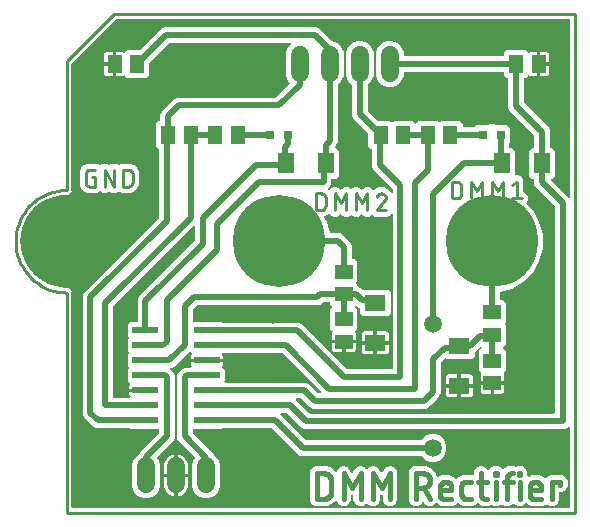
<source format=gbr>
G04 EAGLE Gerber RS-274X export*
G75*
%MOMM*%
%FSLAX34Y34*%
%LPD*%
%INTop Copper*%
%IPPOS*%
%AMOC8*
5,1,8,0,0,1.08239X$1,22.5*%
G01*
%ADD10C,0.381000*%
%ADD11C,0.254000*%
%ADD12R,2.200000X0.600000*%
%ADD13R,1.500000X1.300000*%
%ADD14R,1.400000X1.800000*%
%ADD15R,1.300000X1.500000*%
%ADD16R,0.800000X0.800000*%
%ADD17R,1.800000X1.400000*%
%ADD18C,1.524000*%
%ADD19C,0.508000*%
%ADD20C,7.800000*%
%ADD21C,1.500000*%
%ADD22C,0.254000*%

G36*
X425329Y4068D02*
X425329Y4068D01*
X425348Y4066D01*
X425450Y4088D01*
X425552Y4104D01*
X425569Y4114D01*
X425589Y4118D01*
X425678Y4171D01*
X425769Y4220D01*
X425783Y4234D01*
X425800Y4244D01*
X425867Y4323D01*
X425939Y4398D01*
X425947Y4416D01*
X425960Y4431D01*
X425999Y4527D01*
X426042Y4621D01*
X426044Y4641D01*
X426052Y4659D01*
X426070Y4826D01*
X426070Y72392D01*
X426059Y72463D01*
X426057Y72534D01*
X426039Y72583D01*
X426031Y72635D01*
X425997Y72698D01*
X425972Y72765D01*
X425940Y72806D01*
X425915Y72852D01*
X425863Y72901D01*
X425819Y72957D01*
X425775Y72986D01*
X425737Y73021D01*
X425672Y73052D01*
X425612Y73090D01*
X425561Y73103D01*
X425514Y73125D01*
X425443Y73133D01*
X425373Y73150D01*
X425321Y73146D01*
X425270Y73152D01*
X425199Y73137D01*
X425128Y73131D01*
X425080Y73111D01*
X425029Y73100D01*
X424968Y73063D01*
X424902Y73035D01*
X424846Y72990D01*
X424818Y72974D01*
X424803Y72956D01*
X424771Y72930D01*
X423741Y71901D01*
X421314Y70895D01*
X201641Y70895D01*
X199213Y71901D01*
X197248Y73866D01*
X186842Y84272D01*
X186768Y84325D01*
X186698Y84385D01*
X186668Y84397D01*
X186642Y84416D01*
X186555Y84443D01*
X186470Y84477D01*
X186429Y84481D01*
X186407Y84488D01*
X186375Y84487D01*
X186303Y84495D01*
X181683Y84495D01*
X181612Y84484D01*
X181541Y84482D01*
X181492Y84464D01*
X181440Y84456D01*
X181377Y84422D01*
X181310Y84397D01*
X181269Y84365D01*
X181223Y84340D01*
X181174Y84288D01*
X181118Y84244D01*
X181089Y84200D01*
X181054Y84162D01*
X181023Y84097D01*
X180985Y84037D01*
X180972Y83986D01*
X180950Y83939D01*
X180942Y83868D01*
X180925Y83798D01*
X180929Y83746D01*
X180923Y83695D01*
X180938Y83624D01*
X180944Y83553D01*
X180964Y83505D01*
X180975Y83454D01*
X181012Y83393D01*
X181040Y83327D01*
X181085Y83271D01*
X181101Y83243D01*
X181119Y83228D01*
X181145Y83196D01*
X202513Y61828D01*
X202587Y61775D01*
X202656Y61715D01*
X202686Y61703D01*
X202713Y61684D01*
X202800Y61657D01*
X202884Y61623D01*
X202925Y61619D01*
X202948Y61612D01*
X202980Y61613D01*
X203051Y61605D01*
X299934Y61605D01*
X300025Y61619D01*
X300115Y61627D01*
X300145Y61639D01*
X300177Y61644D01*
X300258Y61687D01*
X300342Y61723D01*
X300374Y61749D01*
X300395Y61760D01*
X300417Y61783D01*
X300473Y61828D01*
X303449Y64804D01*
X307700Y66565D01*
X312300Y66565D01*
X316551Y64804D01*
X319804Y61551D01*
X321565Y57300D01*
X321565Y52700D01*
X319804Y48449D01*
X316551Y45196D01*
X312300Y43435D01*
X307700Y43435D01*
X303449Y45196D01*
X300473Y48172D01*
X300399Y48225D01*
X300329Y48285D01*
X300299Y48297D01*
X300273Y48316D01*
X300186Y48343D01*
X300101Y48377D01*
X300060Y48381D01*
X300038Y48388D01*
X300006Y48387D01*
X299934Y48395D01*
X198686Y48395D01*
X196259Y49401D01*
X174087Y71572D01*
X174013Y71625D01*
X173944Y71685D01*
X173914Y71697D01*
X173887Y71716D01*
X173800Y71743D01*
X173716Y71777D01*
X173675Y71781D01*
X173652Y71788D01*
X173620Y71787D01*
X173549Y71795D01*
X132159Y71795D01*
X132069Y71781D01*
X131978Y71773D01*
X131948Y71761D01*
X131916Y71756D01*
X131836Y71713D01*
X131752Y71677D01*
X131719Y71651D01*
X131699Y71640D01*
X131677Y71617D01*
X131621Y71572D01*
X131384Y71335D01*
X107366Y71335D01*
X107346Y71332D01*
X107327Y71334D01*
X107225Y71312D01*
X107123Y71296D01*
X107106Y71286D01*
X107086Y71282D01*
X106997Y71229D01*
X106906Y71180D01*
X106892Y71166D01*
X106875Y71156D01*
X106808Y71077D01*
X106736Y71002D01*
X106728Y70984D01*
X106715Y70969D01*
X106676Y70873D01*
X106633Y70779D01*
X106631Y70759D01*
X106623Y70741D01*
X106605Y70574D01*
X106605Y68051D01*
X106619Y67961D01*
X106627Y67870D01*
X106639Y67840D01*
X106644Y67808D01*
X106687Y67728D01*
X106723Y67644D01*
X106749Y67612D01*
X106760Y67591D01*
X106783Y67569D01*
X106828Y67513D01*
X123699Y50641D01*
X124025Y49855D01*
X124073Y49777D01*
X124115Y49696D01*
X124138Y49673D01*
X124155Y49646D01*
X124225Y49587D01*
X124290Y49523D01*
X124326Y49504D01*
X124344Y49489D01*
X124374Y49477D01*
X124437Y49443D01*
X124719Y49326D01*
X128006Y46039D01*
X129785Y41744D01*
X129785Y21856D01*
X128006Y17561D01*
X124719Y14274D01*
X120424Y12495D01*
X115776Y12495D01*
X111481Y14274D01*
X108194Y17561D01*
X106415Y21856D01*
X106415Y41744D01*
X108194Y46039D01*
X108369Y46214D01*
X108381Y46230D01*
X108396Y46242D01*
X108452Y46330D01*
X108513Y46413D01*
X108519Y46433D01*
X108529Y46449D01*
X108555Y46550D01*
X108585Y46649D01*
X108584Y46669D01*
X108589Y46688D01*
X108581Y46791D01*
X108579Y46894D01*
X108572Y46913D01*
X108570Y46933D01*
X108530Y47028D01*
X108494Y47125D01*
X108482Y47141D01*
X108474Y47159D01*
X108369Y47290D01*
X94401Y61259D01*
X93395Y63686D01*
X93395Y116314D01*
X94401Y118741D01*
X97759Y122099D01*
X100186Y123105D01*
X105241Y123105D01*
X105331Y123119D01*
X105422Y123127D01*
X105452Y123139D01*
X105484Y123144D01*
X105564Y123187D01*
X105648Y123223D01*
X105680Y123249D01*
X105701Y123260D01*
X105723Y123283D01*
X105779Y123328D01*
X105841Y123389D01*
X105853Y123405D01*
X105868Y123418D01*
X105924Y123505D01*
X105984Y123589D01*
X105990Y123608D01*
X106001Y123625D01*
X106026Y123725D01*
X106057Y123824D01*
X106056Y123844D01*
X106061Y123863D01*
X106053Y123966D01*
X106050Y124070D01*
X106044Y124089D01*
X106042Y124109D01*
X106002Y124203D01*
X105966Y124301D01*
X105954Y124317D01*
X105946Y124335D01*
X105841Y124466D01*
X105667Y124640D01*
X105332Y125219D01*
X105159Y125866D01*
X105159Y127701D01*
X117962Y127701D01*
X117981Y127704D01*
X118001Y127702D01*
X118103Y127724D01*
X118205Y127740D01*
X118222Y127750D01*
X118242Y127754D01*
X118331Y127807D01*
X118422Y127856D01*
X118436Y127870D01*
X118453Y127880D01*
X118520Y127959D01*
X118591Y128034D01*
X118600Y128052D01*
X118613Y128067D01*
X118651Y128163D01*
X118695Y128257D01*
X118697Y128277D01*
X118704Y128295D01*
X118717Y128219D01*
X118726Y128202D01*
X118730Y128182D01*
X118783Y128093D01*
X118832Y128002D01*
X118846Y127988D01*
X118856Y127971D01*
X118935Y127904D01*
X119010Y127832D01*
X119028Y127824D01*
X119043Y127811D01*
X119140Y127772D01*
X119233Y127729D01*
X119253Y127727D01*
X119271Y127719D01*
X119438Y127701D01*
X132241Y127701D01*
X132241Y125866D01*
X132068Y125219D01*
X131733Y124640D01*
X131559Y124466D01*
X131547Y124450D01*
X131532Y124437D01*
X131476Y124350D01*
X131416Y124266D01*
X131410Y124247D01*
X131399Y124230D01*
X131374Y124130D01*
X131343Y124031D01*
X131344Y124011D01*
X131339Y123992D01*
X131347Y123889D01*
X131350Y123785D01*
X131356Y123766D01*
X131358Y123747D01*
X131398Y123652D01*
X131434Y123554D01*
X131446Y123539D01*
X131454Y123520D01*
X131559Y123389D01*
X133765Y121184D01*
X133765Y111816D01*
X133653Y111704D01*
X133611Y111646D01*
X133561Y111594D01*
X133539Y111547D01*
X133509Y111505D01*
X133488Y111436D01*
X133458Y111371D01*
X133452Y111319D01*
X133437Y111269D01*
X133439Y111198D01*
X133431Y111127D01*
X133442Y111076D01*
X133443Y111024D01*
X133468Y110956D01*
X133483Y110886D01*
X133510Y110841D01*
X133528Y110793D01*
X133572Y110737D01*
X133609Y110675D01*
X133649Y110641D01*
X133681Y110601D01*
X133741Y110562D01*
X133796Y110515D01*
X133844Y110496D01*
X133888Y110468D01*
X133958Y110450D01*
X134024Y110423D01*
X134096Y110415D01*
X134127Y110407D01*
X134150Y110409D01*
X134191Y110405D01*
X202514Y110405D01*
X204941Y109399D01*
X212513Y101828D01*
X212587Y101775D01*
X212656Y101715D01*
X212686Y101703D01*
X212713Y101684D01*
X212800Y101657D01*
X212884Y101623D01*
X212925Y101619D01*
X212948Y101612D01*
X212980Y101613D01*
X213051Y101605D01*
X214717Y101605D01*
X214788Y101616D01*
X214859Y101618D01*
X214908Y101636D01*
X214960Y101644D01*
X215023Y101678D01*
X215090Y101703D01*
X215131Y101735D01*
X215177Y101760D01*
X215226Y101812D01*
X215282Y101856D01*
X215311Y101900D01*
X215346Y101938D01*
X215377Y102003D01*
X215415Y102063D01*
X215428Y102114D01*
X215450Y102161D01*
X215458Y102232D01*
X215475Y102302D01*
X215471Y102354D01*
X215477Y102405D01*
X215462Y102476D01*
X215456Y102547D01*
X215436Y102595D01*
X215425Y102646D01*
X215388Y102707D01*
X215360Y102773D01*
X215315Y102829D01*
X215299Y102857D01*
X215281Y102872D01*
X215255Y102904D01*
X183087Y135072D01*
X183013Y135125D01*
X182944Y135185D01*
X182914Y135197D01*
X182887Y135216D01*
X182800Y135243D01*
X182716Y135277D01*
X182675Y135281D01*
X182652Y135288D01*
X182620Y135287D01*
X182549Y135295D01*
X132159Y135295D01*
X132069Y135281D01*
X131978Y135273D01*
X131948Y135261D01*
X131916Y135256D01*
X131836Y135213D01*
X131752Y135177D01*
X131720Y135151D01*
X131699Y135140D01*
X131677Y135117D01*
X131621Y135072D01*
X131559Y135011D01*
X131547Y134995D01*
X131532Y134982D01*
X131476Y134895D01*
X131416Y134811D01*
X131410Y134792D01*
X131399Y134775D01*
X131374Y134675D01*
X131343Y134576D01*
X131344Y134556D01*
X131339Y134537D01*
X131347Y134434D01*
X131350Y134330D01*
X131356Y134311D01*
X131358Y134291D01*
X131398Y134197D01*
X131434Y134099D01*
X131446Y134083D01*
X131454Y134065D01*
X131559Y133934D01*
X131733Y133760D01*
X132068Y133181D01*
X132241Y132534D01*
X132241Y130699D01*
X119438Y130699D01*
X119419Y130696D01*
X119399Y130698D01*
X119297Y130676D01*
X119195Y130660D01*
X119178Y130650D01*
X119158Y130646D01*
X119069Y130593D01*
X118978Y130544D01*
X118964Y130530D01*
X118947Y130520D01*
X118880Y130441D01*
X118809Y130366D01*
X118800Y130348D01*
X118787Y130333D01*
X118749Y130237D01*
X118705Y130143D01*
X118703Y130123D01*
X118696Y130105D01*
X118683Y130181D01*
X118674Y130198D01*
X118670Y130218D01*
X118617Y130307D01*
X118568Y130398D01*
X118554Y130412D01*
X118544Y130429D01*
X118465Y130496D01*
X118390Y130568D01*
X118372Y130576D01*
X118357Y130589D01*
X118260Y130628D01*
X118167Y130671D01*
X118147Y130673D01*
X118129Y130681D01*
X117962Y130699D01*
X105159Y130699D01*
X105159Y132534D01*
X105332Y133181D01*
X105667Y133760D01*
X105841Y133934D01*
X105853Y133950D01*
X105868Y133963D01*
X105924Y134050D01*
X105984Y134134D01*
X105990Y134153D01*
X106001Y134170D01*
X106026Y134270D01*
X106057Y134369D01*
X106056Y134389D01*
X106061Y134408D01*
X106053Y134511D01*
X106050Y134615D01*
X106044Y134634D01*
X106042Y134653D01*
X106002Y134748D01*
X105966Y134846D01*
X105954Y134861D01*
X105946Y134880D01*
X105841Y135011D01*
X104384Y136467D01*
X104368Y136479D01*
X104356Y136494D01*
X104269Y136550D01*
X104185Y136611D01*
X104166Y136617D01*
X104149Y136627D01*
X104049Y136653D01*
X103950Y136683D01*
X103930Y136683D01*
X103910Y136688D01*
X103807Y136679D01*
X103704Y136677D01*
X103685Y136670D01*
X103665Y136668D01*
X103570Y136628D01*
X103473Y136592D01*
X103457Y136580D01*
X103439Y136572D01*
X103308Y136467D01*
X92406Y125566D01*
X90441Y123601D01*
X88169Y122660D01*
X88130Y122636D01*
X88087Y122620D01*
X88026Y122571D01*
X87960Y122530D01*
X87931Y122495D01*
X87895Y122466D01*
X87853Y122401D01*
X87803Y122341D01*
X87787Y122298D01*
X87762Y122259D01*
X87743Y122184D01*
X87715Y122111D01*
X87713Y122065D01*
X87702Y122021D01*
X87708Y121943D01*
X87705Y121865D01*
X87718Y121821D01*
X87721Y121775D01*
X87752Y121704D01*
X87773Y121629D01*
X87800Y121591D01*
X87818Y121549D01*
X87903Y121442D01*
X87914Y121427D01*
X87918Y121424D01*
X87922Y121418D01*
X90599Y118741D01*
X91605Y116314D01*
X91605Y63686D01*
X90599Y61259D01*
X88634Y59294D01*
X76831Y47490D01*
X76819Y47474D01*
X76804Y47462D01*
X76748Y47375D01*
X76687Y47291D01*
X76682Y47272D01*
X76671Y47255D01*
X76645Y47154D01*
X76615Y47056D01*
X76616Y47036D01*
X76611Y47016D01*
X76619Y46913D01*
X76621Y46810D01*
X76628Y46791D01*
X76630Y46771D01*
X76670Y46676D01*
X76706Y46579D01*
X76718Y46563D01*
X76726Y46545D01*
X76831Y46414D01*
X77206Y46039D01*
X78985Y41744D01*
X78985Y21856D01*
X77206Y17561D01*
X73919Y14274D01*
X69624Y12495D01*
X64976Y12495D01*
X60681Y14274D01*
X57394Y17561D01*
X55615Y21856D01*
X55615Y41744D01*
X57394Y46039D01*
X60681Y49326D01*
X60763Y49360D01*
X60840Y49408D01*
X60922Y49449D01*
X60944Y49472D01*
X60972Y49489D01*
X61030Y49560D01*
X61094Y49625D01*
X61114Y49661D01*
X61129Y49679D01*
X61140Y49709D01*
X61175Y49772D01*
X61701Y51041D01*
X78172Y67513D01*
X78221Y67580D01*
X78222Y67582D01*
X78223Y67583D01*
X78225Y67587D01*
X78285Y67656D01*
X78297Y67686D01*
X78316Y67713D01*
X78343Y67800D01*
X78377Y67884D01*
X78381Y67925D01*
X78388Y67948D01*
X78387Y67980D01*
X78395Y68051D01*
X78395Y70574D01*
X78392Y70594D01*
X78394Y70613D01*
X78372Y70715D01*
X78356Y70817D01*
X78346Y70834D01*
X78342Y70854D01*
X78289Y70943D01*
X78240Y71034D01*
X78226Y71048D01*
X78216Y71065D01*
X78137Y71132D01*
X78062Y71204D01*
X78044Y71212D01*
X78029Y71225D01*
X77933Y71264D01*
X77839Y71307D01*
X77819Y71309D01*
X77801Y71317D01*
X77634Y71335D01*
X54016Y71335D01*
X53779Y71572D01*
X53705Y71626D01*
X53636Y71685D01*
X53606Y71697D01*
X53580Y71716D01*
X53493Y71743D01*
X53408Y71777D01*
X53367Y71781D01*
X53345Y71788D01*
X53312Y71787D01*
X53241Y71795D01*
X25286Y71795D01*
X22859Y72801D01*
X14401Y81259D01*
X13395Y83686D01*
X13395Y183814D01*
X14401Y186241D01*
X78172Y250013D01*
X78225Y250087D01*
X78285Y250156D01*
X78297Y250186D01*
X78316Y250213D01*
X78343Y250300D01*
X78377Y250384D01*
X78381Y250425D01*
X78388Y250448D01*
X78387Y250480D01*
X78395Y250551D01*
X78395Y307674D01*
X78392Y307694D01*
X78394Y307713D01*
X78372Y307815D01*
X78356Y307917D01*
X78346Y307934D01*
X78342Y307954D01*
X78289Y308043D01*
X78240Y308134D01*
X78226Y308148D01*
X78216Y308165D01*
X78137Y308232D01*
X78062Y308304D01*
X78044Y308312D01*
X78029Y308325D01*
X77933Y308364D01*
X77839Y308407D01*
X77819Y308409D01*
X77801Y308417D01*
X77727Y308425D01*
X75335Y310816D01*
X75335Y329184D01*
X77716Y331565D01*
X78534Y331565D01*
X78554Y331568D01*
X78573Y331566D01*
X78675Y331588D01*
X78777Y331604D01*
X78794Y331614D01*
X78814Y331618D01*
X78903Y331671D01*
X78994Y331720D01*
X79008Y331734D01*
X79025Y331744D01*
X79092Y331823D01*
X79164Y331898D01*
X79172Y331916D01*
X79185Y331931D01*
X79224Y332027D01*
X79267Y332121D01*
X79269Y332141D01*
X79277Y332159D01*
X79295Y332326D01*
X79295Y337214D01*
X80301Y339641D01*
X91259Y350599D01*
X93686Y351605D01*
X176949Y351605D01*
X177039Y351619D01*
X177130Y351627D01*
X177160Y351639D01*
X177192Y351644D01*
X177272Y351687D01*
X177356Y351723D01*
X177388Y351749D01*
X177409Y351760D01*
X177431Y351783D01*
X177487Y351828D01*
X188869Y363210D01*
X188881Y363226D01*
X188896Y363238D01*
X188952Y363326D01*
X189013Y363409D01*
X189018Y363428D01*
X189029Y363445D01*
X189055Y363546D01*
X189085Y363644D01*
X189084Y363664D01*
X189089Y363684D01*
X189081Y363787D01*
X189079Y363890D01*
X189072Y363909D01*
X189070Y363929D01*
X189030Y364024D01*
X188994Y364121D01*
X188982Y364137D01*
X188974Y364155D01*
X188869Y364286D01*
X187394Y365761D01*
X185615Y370056D01*
X185615Y389944D01*
X187394Y394239D01*
X190051Y396896D01*
X190093Y396954D01*
X190142Y397006D01*
X190164Y397053D01*
X190195Y397095D01*
X190216Y397164D01*
X190246Y397229D01*
X190252Y397281D01*
X190267Y397331D01*
X190265Y397402D01*
X190273Y397473D01*
X190262Y397524D01*
X190261Y397576D01*
X190236Y397644D01*
X190221Y397714D01*
X190194Y397759D01*
X190176Y397807D01*
X190131Y397863D01*
X190095Y397925D01*
X190055Y397959D01*
X190022Y397999D01*
X189962Y398038D01*
X189908Y398085D01*
X189859Y398104D01*
X189816Y398132D01*
X189746Y398150D01*
X189679Y398177D01*
X189608Y398185D01*
X189577Y398193D01*
X189554Y398191D01*
X189513Y398195D01*
X87351Y398195D01*
X87261Y398181D01*
X87170Y398173D01*
X87140Y398161D01*
X87108Y398156D01*
X87028Y398113D01*
X86944Y398077D01*
X86912Y398051D01*
X86891Y398040D01*
X86869Y398017D01*
X86813Y397972D01*
X70288Y381447D01*
X70235Y381373D01*
X70175Y381304D01*
X70163Y381274D01*
X70144Y381247D01*
X70117Y381161D01*
X70083Y381076D01*
X70079Y381035D01*
X70072Y381012D01*
X70073Y380980D01*
X70065Y380909D01*
X70065Y370816D01*
X67684Y368435D01*
X51316Y368435D01*
X49432Y370319D01*
X49397Y370345D01*
X49367Y370377D01*
X49298Y370416D01*
X49233Y370463D01*
X49191Y370476D01*
X49153Y370497D01*
X49074Y370511D01*
X48998Y370535D01*
X48954Y370534D01*
X48911Y370542D01*
X48832Y370531D01*
X48752Y370529D01*
X48711Y370514D01*
X48667Y370507D01*
X48534Y370449D01*
X48521Y370444D01*
X48518Y370442D01*
X48514Y370440D01*
X47981Y370132D01*
X47334Y369959D01*
X42023Y369959D01*
X42023Y379238D01*
X42020Y379258D01*
X42022Y379277D01*
X42000Y379379D01*
X41983Y379481D01*
X41974Y379498D01*
X41970Y379518D01*
X41917Y379607D01*
X41868Y379698D01*
X41854Y379712D01*
X41844Y379729D01*
X41765Y379796D01*
X41690Y379867D01*
X41672Y379876D01*
X41657Y379889D01*
X41561Y379928D01*
X41467Y379971D01*
X41447Y379973D01*
X41429Y379981D01*
X41262Y379999D01*
X40499Y379999D01*
X40499Y380001D01*
X41262Y380001D01*
X41282Y380004D01*
X41301Y380002D01*
X41403Y380024D01*
X41505Y380041D01*
X41522Y380050D01*
X41542Y380054D01*
X41631Y380107D01*
X41722Y380156D01*
X41736Y380170D01*
X41753Y380180D01*
X41820Y380259D01*
X41891Y380334D01*
X41900Y380352D01*
X41913Y380367D01*
X41952Y380463D01*
X41995Y380557D01*
X41997Y380577D01*
X42005Y380595D01*
X42023Y380762D01*
X42023Y390041D01*
X47334Y390041D01*
X47981Y389868D01*
X48514Y389560D01*
X48555Y389544D01*
X48591Y389521D01*
X48669Y389501D01*
X48744Y389473D01*
X48788Y389471D01*
X48830Y389461D01*
X48909Y389467D01*
X48989Y389464D01*
X49032Y389476D01*
X49075Y389480D01*
X49149Y389511D01*
X49225Y389534D01*
X49261Y389559D01*
X49302Y389576D01*
X49415Y389667D01*
X49427Y389675D01*
X49429Y389678D01*
X49432Y389681D01*
X51316Y391565D01*
X61409Y391565D01*
X61499Y391579D01*
X61590Y391587D01*
X61620Y391599D01*
X61652Y391604D01*
X61732Y391647D01*
X61816Y391683D01*
X61848Y391709D01*
X61869Y391720D01*
X61891Y391743D01*
X61947Y391788D01*
X78594Y408434D01*
X80559Y410399D01*
X82986Y411405D01*
X211314Y411405D01*
X213741Y410399D01*
X224613Y399528D01*
X224687Y399475D01*
X224756Y399415D01*
X224786Y399403D01*
X224813Y399384D01*
X224890Y399360D01*
X229319Y397526D01*
X232606Y394239D01*
X234385Y389944D01*
X234385Y370056D01*
X232606Y365761D01*
X229528Y362683D01*
X229475Y362609D01*
X229415Y362540D01*
X229403Y362510D01*
X229384Y362483D01*
X229357Y362396D01*
X229323Y362311D01*
X229319Y362271D01*
X229312Y362248D01*
X229313Y362216D01*
X229305Y362145D01*
X229305Y313686D01*
X228299Y311259D01*
X227405Y310364D01*
X227363Y310306D01*
X227314Y310254D01*
X227292Y310207D01*
X227261Y310165D01*
X227240Y310096D01*
X227210Y310031D01*
X227204Y309979D01*
X227189Y309929D01*
X227191Y309858D01*
X227183Y309787D01*
X227194Y309736D01*
X227195Y309684D01*
X227220Y309616D01*
X227235Y309546D01*
X227262Y309501D01*
X227280Y309453D01*
X227325Y309397D01*
X227361Y309335D01*
X227401Y309301D01*
X227433Y309261D01*
X227494Y309222D01*
X227548Y309175D01*
X227597Y309156D01*
X227640Y309128D01*
X227710Y309110D01*
X227776Y309083D01*
X227848Y309075D01*
X227879Y309067D01*
X227902Y309069D01*
X227943Y309065D01*
X227984Y309065D01*
X230365Y306684D01*
X230365Y285316D01*
X227984Y282935D01*
X224866Y282935D01*
X224846Y282932D01*
X224827Y282934D01*
X224725Y282912D01*
X224623Y282896D01*
X224606Y282886D01*
X224586Y282882D01*
X224497Y282829D01*
X224406Y282780D01*
X224392Y282766D01*
X224375Y282756D01*
X224308Y282677D01*
X224236Y282602D01*
X224228Y282584D01*
X224215Y282569D01*
X224176Y282473D01*
X224133Y282379D01*
X224131Y282359D01*
X224123Y282341D01*
X224105Y282174D01*
X224105Y278686D01*
X223099Y276259D01*
X221555Y274715D01*
X221487Y274620D01*
X221415Y274522D01*
X221414Y274518D01*
X221412Y274515D01*
X221377Y274402D01*
X221341Y274288D01*
X221341Y274284D01*
X221339Y274280D01*
X221342Y274160D01*
X221344Y274042D01*
X221346Y274038D01*
X221346Y274034D01*
X221387Y273921D01*
X221426Y273810D01*
X221429Y273807D01*
X221430Y273803D01*
X221505Y273709D01*
X221578Y273617D01*
X221582Y273614D01*
X221584Y273611D01*
X221596Y273603D01*
X221713Y273517D01*
X221900Y273409D01*
X221941Y273394D01*
X221978Y273370D01*
X222056Y273350D01*
X222130Y273322D01*
X222174Y273320D01*
X222217Y273310D01*
X222296Y273316D01*
X222376Y273313D01*
X222418Y273325D01*
X222462Y273329D01*
X222535Y273360D01*
X222612Y273383D01*
X222648Y273408D01*
X222688Y273425D01*
X222802Y273516D01*
X222813Y273524D01*
X222815Y273527D01*
X222819Y273530D01*
X223237Y273947D01*
X223256Y273974D01*
X223310Y274032D01*
X223673Y274523D01*
X223939Y274682D01*
X223947Y274688D01*
X223955Y274692D01*
X224086Y274797D01*
X224306Y275017D01*
X224869Y275250D01*
X224897Y275267D01*
X224970Y275301D01*
X225493Y275614D01*
X225800Y275660D01*
X225809Y275663D01*
X225818Y275663D01*
X225980Y275710D01*
X226267Y275829D01*
X226877Y275829D01*
X226890Y275831D01*
X226892Y275831D01*
X226911Y275834D01*
X226989Y275837D01*
X227592Y275927D01*
X227894Y275851D01*
X227899Y275851D01*
X227903Y275849D01*
X227907Y275849D01*
X227911Y275847D01*
X228078Y275829D01*
X228389Y275829D01*
X228952Y275595D01*
X228984Y275588D01*
X229059Y275560D01*
X229651Y275412D01*
X229901Y275227D01*
X229909Y275223D01*
X229916Y275216D01*
X229971Y275186D01*
X229978Y275180D01*
X229991Y275175D01*
X230063Y275135D01*
X230350Y275017D01*
X230781Y274585D01*
X230808Y274566D01*
X230866Y274512D01*
X231356Y274149D01*
X231416Y274049D01*
X231470Y273985D01*
X231516Y273917D01*
X231549Y273892D01*
X231575Y273861D01*
X231646Y273818D01*
X231712Y273768D01*
X231751Y273755D01*
X231786Y273734D01*
X231866Y273716D01*
X231945Y273689D01*
X231986Y273689D01*
X232026Y273680D01*
X232108Y273689D01*
X232191Y273689D01*
X232230Y273702D01*
X232270Y273706D01*
X232345Y273741D01*
X232424Y273767D01*
X232457Y273792D01*
X232494Y273809D01*
X232554Y273865D01*
X232620Y273915D01*
X232653Y273958D01*
X232673Y273977D01*
X232687Y274003D01*
X232722Y274049D01*
X232782Y274149D01*
X233272Y274512D01*
X233295Y274535D01*
X233357Y274585D01*
X233788Y275017D01*
X234075Y275135D01*
X234083Y275140D01*
X234092Y275143D01*
X234237Y275227D01*
X234487Y275412D01*
X235079Y275560D01*
X235109Y275573D01*
X235186Y275595D01*
X235749Y275829D01*
X236060Y275829D01*
X236069Y275830D01*
X236078Y275829D01*
X236245Y275851D01*
X236546Y275927D01*
X237149Y275837D01*
X237182Y275837D01*
X237262Y275829D01*
X237871Y275829D01*
X238158Y275710D01*
X238168Y275708D01*
X238176Y275703D01*
X238338Y275660D01*
X238645Y275614D01*
X239168Y275301D01*
X239199Y275288D01*
X239269Y275250D01*
X239832Y275017D01*
X240052Y274797D01*
X240059Y274792D01*
X240065Y274784D01*
X240199Y274682D01*
X240569Y274460D01*
X240572Y274457D01*
X240578Y274455D01*
X240595Y274445D01*
X240654Y274421D01*
X240672Y274413D01*
X240726Y274387D01*
X240744Y274377D01*
X240747Y274377D01*
X240770Y274365D01*
X240784Y274364D01*
X240797Y274358D01*
X240818Y274356D01*
X240823Y274354D01*
X240865Y274352D01*
X240906Y274348D01*
X240957Y274341D01*
X240987Y274336D01*
X240991Y274337D01*
X241014Y274334D01*
X241028Y274337D01*
X241042Y274335D01*
X241066Y274341D01*
X241069Y274341D01*
X241094Y274348D01*
X241148Y274360D01*
X241182Y274367D01*
X241230Y274375D01*
X241237Y274378D01*
X241255Y274382D01*
X241268Y274389D01*
X241281Y274392D01*
X241303Y274406D01*
X241306Y274406D01*
X241321Y274417D01*
X241382Y274445D01*
X241778Y274682D01*
X241786Y274688D01*
X241794Y274692D01*
X241925Y274797D01*
X242145Y275017D01*
X242708Y275250D01*
X242736Y275267D01*
X242809Y275301D01*
X243332Y275614D01*
X243639Y275660D01*
X243648Y275663D01*
X243657Y275663D01*
X243819Y275710D01*
X244105Y275829D01*
X244716Y275829D01*
X244729Y275831D01*
X244731Y275831D01*
X244750Y275834D01*
X244828Y275837D01*
X245431Y275927D01*
X245733Y275851D01*
X245738Y275851D01*
X245741Y275849D01*
X245746Y275849D01*
X245750Y275847D01*
X245917Y275829D01*
X246228Y275829D01*
X246791Y275595D01*
X246823Y275588D01*
X246898Y275560D01*
X247490Y275412D01*
X247740Y275227D01*
X247748Y275223D01*
X247755Y275216D01*
X247810Y275186D01*
X247817Y275180D01*
X247830Y275175D01*
X247901Y275135D01*
X248189Y275017D01*
X248620Y274585D01*
X248647Y274566D01*
X248705Y274512D01*
X249195Y274149D01*
X249255Y274049D01*
X249309Y273985D01*
X249355Y273917D01*
X249388Y273892D01*
X249414Y273861D01*
X249485Y273818D01*
X249551Y273768D01*
X249590Y273755D01*
X249625Y273734D01*
X249705Y273716D01*
X249784Y273689D01*
X249825Y273689D01*
X249865Y273680D01*
X249947Y273689D01*
X250030Y273689D01*
X250069Y273702D01*
X250109Y273706D01*
X250184Y273741D01*
X250263Y273767D01*
X250296Y273792D01*
X250333Y273809D01*
X250393Y273865D01*
X250459Y273915D01*
X250492Y273958D01*
X250512Y273977D01*
X250526Y274003D01*
X250561Y274049D01*
X250621Y274149D01*
X251111Y274512D01*
X251134Y274535D01*
X251196Y274585D01*
X251627Y275017D01*
X251914Y275135D01*
X251922Y275140D01*
X251931Y275143D01*
X252076Y275227D01*
X252326Y275412D01*
X252918Y275560D01*
X252948Y275573D01*
X253025Y275595D01*
X253588Y275829D01*
X253899Y275829D01*
X253908Y275830D01*
X253917Y275829D01*
X254083Y275851D01*
X254385Y275927D01*
X254988Y275837D01*
X255021Y275837D01*
X255100Y275829D01*
X255710Y275829D01*
X255997Y275710D01*
X256007Y275708D01*
X256015Y275703D01*
X256177Y275660D01*
X256484Y275614D01*
X257007Y275301D01*
X257038Y275288D01*
X257108Y275250D01*
X257671Y275017D01*
X257891Y274797D01*
X257898Y274792D01*
X257904Y274784D01*
X258037Y274682D01*
X258304Y274523D01*
X258667Y274032D01*
X258691Y274009D01*
X258741Y273947D01*
X259126Y273562D01*
X259159Y273538D01*
X259185Y273508D01*
X259258Y273467D01*
X259326Y273418D01*
X259364Y273406D01*
X259399Y273387D01*
X259481Y273370D01*
X259561Y273346D01*
X259601Y273347D01*
X259640Y273339D01*
X259723Y273350D01*
X259807Y273352D01*
X259844Y273366D01*
X259884Y273371D01*
X259959Y273408D01*
X260038Y273437D01*
X260069Y273462D01*
X260105Y273479D01*
X260228Y273589D01*
X260230Y273590D01*
X260230Y273591D01*
X260700Y274114D01*
X264549Y275829D01*
X269038Y275829D01*
X273164Y273446D01*
X274475Y271176D01*
X274505Y271139D01*
X274528Y271097D01*
X274583Y271044D01*
X274631Y270986D01*
X274671Y270960D01*
X274706Y270927D01*
X274775Y270895D01*
X274839Y270855D01*
X274886Y270844D01*
X274929Y270824D01*
X275004Y270815D01*
X275078Y270797D01*
X275126Y270802D01*
X275173Y270796D01*
X275248Y270813D01*
X275323Y270819D01*
X275367Y270839D01*
X275414Y270849D01*
X275479Y270888D01*
X275548Y270918D01*
X275584Y270950D01*
X275625Y270975D01*
X275674Y271032D01*
X275730Y271083D01*
X275754Y271125D01*
X275785Y271162D01*
X275813Y271232D01*
X275850Y271298D01*
X275859Y271345D01*
X275877Y271390D01*
X275891Y271518D01*
X275895Y271540D01*
X275894Y271547D01*
X275895Y271557D01*
X275895Y274449D01*
X275881Y274539D01*
X275873Y274630D01*
X275861Y274660D01*
X275856Y274692D01*
X275813Y274772D01*
X275777Y274856D01*
X275751Y274888D01*
X275740Y274909D01*
X275717Y274931D01*
X275672Y274987D01*
X259401Y291259D01*
X258395Y293686D01*
X258395Y307674D01*
X258392Y307694D01*
X258394Y307713D01*
X258372Y307815D01*
X258356Y307917D01*
X258346Y307934D01*
X258342Y307954D01*
X258289Y308043D01*
X258240Y308134D01*
X258226Y308148D01*
X258216Y308165D01*
X258137Y308232D01*
X258062Y308304D01*
X258044Y308312D01*
X258029Y308325D01*
X257933Y308364D01*
X257839Y308407D01*
X257819Y308409D01*
X257801Y308417D01*
X257727Y308425D01*
X255335Y310816D01*
X255335Y320909D01*
X255321Y320999D01*
X255313Y321090D01*
X255301Y321120D01*
X255296Y321152D01*
X255253Y321232D01*
X255217Y321316D01*
X255191Y321348D01*
X255180Y321369D01*
X255157Y321391D01*
X255112Y321447D01*
X242501Y334059D01*
X241495Y336486D01*
X241495Y362145D01*
X241481Y362235D01*
X241473Y362326D01*
X241461Y362356D01*
X241456Y362387D01*
X241413Y362468D01*
X241377Y362552D01*
X241351Y362584D01*
X241340Y362605D01*
X241317Y362627D01*
X241272Y362683D01*
X238194Y365761D01*
X236415Y370056D01*
X236415Y389944D01*
X238194Y394239D01*
X241481Y397526D01*
X245776Y399305D01*
X250424Y399305D01*
X254719Y397526D01*
X258006Y394239D01*
X259785Y389944D01*
X259785Y370056D01*
X258006Y365761D01*
X254928Y362683D01*
X254875Y362609D01*
X254815Y362540D01*
X254803Y362510D01*
X254784Y362483D01*
X254757Y362396D01*
X254723Y362311D01*
X254719Y362271D01*
X254712Y362248D01*
X254713Y362216D01*
X254705Y362145D01*
X254705Y340851D01*
X254719Y340761D01*
X254727Y340670D01*
X254739Y340640D01*
X254744Y340608D01*
X254787Y340528D01*
X254823Y340444D01*
X254849Y340412D01*
X254860Y340391D01*
X254883Y340369D01*
X254928Y340313D01*
X263453Y331788D01*
X263527Y331735D01*
X263596Y331675D01*
X263626Y331663D01*
X263653Y331644D01*
X263740Y331617D01*
X263824Y331583D01*
X263865Y331579D01*
X263888Y331572D01*
X263920Y331573D01*
X263991Y331565D01*
X274084Y331565D01*
X274862Y330787D01*
X274878Y330775D01*
X274890Y330759D01*
X274978Y330703D01*
X275061Y330643D01*
X275080Y330637D01*
X275097Y330626D01*
X275198Y330601D01*
X275297Y330571D01*
X275316Y330571D01*
X275336Y330566D01*
X275439Y330574D01*
X275542Y330577D01*
X275561Y330584D01*
X275581Y330586D01*
X275676Y330626D01*
X275773Y330662D01*
X275789Y330674D01*
X275807Y330682D01*
X275938Y330787D01*
X276716Y331565D01*
X293084Y331565D01*
X294862Y329787D01*
X294878Y329775D01*
X294890Y329759D01*
X294978Y329703D01*
X295061Y329643D01*
X295080Y329637D01*
X295097Y329626D01*
X295198Y329601D01*
X295297Y329571D01*
X295316Y329571D01*
X295336Y329566D01*
X295439Y329574D01*
X295542Y329577D01*
X295561Y329584D01*
X295581Y329586D01*
X295676Y329626D01*
X295773Y329662D01*
X295789Y329674D01*
X295807Y329682D01*
X295938Y329787D01*
X297716Y331565D01*
X314084Y331565D01*
X314862Y330787D01*
X314878Y330775D01*
X314890Y330759D01*
X314978Y330703D01*
X315061Y330643D01*
X315080Y330637D01*
X315097Y330626D01*
X315198Y330601D01*
X315297Y330571D01*
X315316Y330571D01*
X315336Y330566D01*
X315439Y330574D01*
X315542Y330577D01*
X315561Y330584D01*
X315581Y330586D01*
X315676Y330626D01*
X315773Y330662D01*
X315789Y330674D01*
X315807Y330682D01*
X315938Y330787D01*
X316716Y331565D01*
X333084Y331565D01*
X335465Y329184D01*
X335465Y327366D01*
X335468Y327346D01*
X335466Y327327D01*
X335488Y327225D01*
X335504Y327123D01*
X335514Y327106D01*
X335518Y327086D01*
X335571Y326997D01*
X335620Y326906D01*
X335634Y326892D01*
X335644Y326875D01*
X335723Y326808D01*
X335798Y326736D01*
X335816Y326728D01*
X335831Y326715D01*
X335927Y326676D01*
X336021Y326633D01*
X336041Y326631D01*
X336059Y326623D01*
X336226Y326605D01*
X345041Y326605D01*
X345131Y326619D01*
X345222Y326627D01*
X345252Y326639D01*
X345284Y326644D01*
X345364Y326687D01*
X345448Y326723D01*
X345481Y326749D01*
X345501Y326760D01*
X345523Y326783D01*
X345579Y326828D01*
X346816Y328065D01*
X355631Y328065D01*
X355696Y328075D01*
X355761Y328076D01*
X355842Y328099D01*
X355874Y328104D01*
X355891Y328114D01*
X355923Y328123D01*
X358197Y329065D01*
X361803Y329065D01*
X364077Y328123D01*
X364141Y328108D01*
X364202Y328083D01*
X364285Y328074D01*
X364317Y328067D01*
X364336Y328068D01*
X364369Y328065D01*
X373184Y328065D01*
X375565Y325684D01*
X375565Y314316D01*
X374328Y313079D01*
X374275Y313005D01*
X374215Y312936D01*
X374203Y312906D01*
X374184Y312880D01*
X374157Y312793D01*
X374123Y312708D01*
X374119Y312667D01*
X374112Y312645D01*
X374113Y312612D01*
X374105Y312541D01*
X374105Y309826D01*
X374108Y309806D01*
X374106Y309787D01*
X374128Y309685D01*
X374144Y309583D01*
X374154Y309566D01*
X374158Y309546D01*
X374211Y309457D01*
X374260Y309366D01*
X374274Y309352D01*
X374284Y309335D01*
X374363Y309268D01*
X374438Y309196D01*
X374456Y309188D01*
X374471Y309175D01*
X374567Y309136D01*
X374661Y309093D01*
X374681Y309091D01*
X374699Y309083D01*
X374866Y309065D01*
X377084Y309065D01*
X379465Y306684D01*
X379465Y286590D01*
X379468Y286570D01*
X379466Y286551D01*
X379488Y286449D01*
X379504Y286347D01*
X379514Y286330D01*
X379518Y286310D01*
X379571Y286221D01*
X379620Y286130D01*
X379634Y286116D01*
X379644Y286099D01*
X379723Y286032D01*
X379798Y285960D01*
X379816Y285952D01*
X379831Y285939D01*
X379927Y285900D01*
X380021Y285857D01*
X380041Y285855D01*
X380059Y285847D01*
X380226Y285829D01*
X380395Y285829D01*
X380418Y285833D01*
X380441Y285830D01*
X380607Y285859D01*
X380795Y285913D01*
X381514Y285833D01*
X381543Y285835D01*
X381598Y285829D01*
X382321Y285829D01*
X382502Y285754D01*
X382525Y285748D01*
X382546Y285737D01*
X382710Y285701D01*
X382904Y285679D01*
X383538Y285330D01*
X383565Y285320D01*
X383614Y285293D01*
X384282Y285017D01*
X384421Y284878D01*
X384440Y284864D01*
X384455Y284846D01*
X384592Y284750D01*
X384763Y284655D01*
X385215Y284090D01*
X385236Y284071D01*
X385271Y284027D01*
X385783Y283516D01*
X385858Y283335D01*
X385870Y283315D01*
X385877Y283293D01*
X385967Y283151D01*
X386089Y282998D01*
X386290Y282303D01*
X386303Y282277D01*
X386318Y282224D01*
X386595Y281555D01*
X386595Y281359D01*
X386599Y281336D01*
X386597Y281313D01*
X386625Y281148D01*
X386680Y280960D01*
X386600Y280240D01*
X386601Y280212D01*
X386595Y280156D01*
X386595Y271980D01*
X386614Y271865D01*
X386631Y271749D01*
X386634Y271743D01*
X386635Y271737D01*
X386689Y271634D01*
X386742Y271530D01*
X386747Y271525D01*
X386750Y271520D01*
X386834Y271440D01*
X386918Y271357D01*
X386925Y271354D01*
X386928Y271350D01*
X386945Y271342D01*
X387065Y271276D01*
X388233Y270793D01*
X389734Y269292D01*
X390546Y267331D01*
X390546Y265209D01*
X389734Y263248D01*
X389233Y262747D01*
X389221Y262731D01*
X389205Y262718D01*
X389149Y262631D01*
X389089Y262547D01*
X389083Y262528D01*
X389072Y262511D01*
X389047Y262411D01*
X389017Y262312D01*
X389017Y262292D01*
X389012Y262273D01*
X389020Y262170D01*
X389023Y262066D01*
X389030Y262047D01*
X389031Y262027D01*
X389072Y261933D01*
X389108Y261835D01*
X389120Y261819D01*
X389128Y261801D01*
X389233Y261670D01*
X394460Y256442D01*
X400130Y246622D01*
X403065Y235670D01*
X403065Y224330D01*
X400130Y213378D01*
X394460Y203558D01*
X386442Y195540D01*
X376622Y189870D01*
X367169Y187337D01*
X367129Y187319D01*
X367086Y187310D01*
X367018Y187269D01*
X366945Y187236D01*
X366913Y187206D01*
X366875Y187183D01*
X366823Y187123D01*
X366765Y187068D01*
X366744Y187030D01*
X366715Y186997D01*
X366685Y186922D01*
X366647Y186852D01*
X366640Y186809D01*
X366623Y186768D01*
X366607Y186624D01*
X366605Y186610D01*
X366605Y186607D01*
X366605Y186602D01*
X366605Y181126D01*
X366608Y181106D01*
X366606Y181087D01*
X366628Y180985D01*
X366644Y180883D01*
X366654Y180866D01*
X366658Y180846D01*
X366711Y180757D01*
X366760Y180666D01*
X366774Y180652D01*
X366784Y180635D01*
X366863Y180568D01*
X366938Y180496D01*
X366956Y180488D01*
X366971Y180475D01*
X367067Y180436D01*
X367161Y180393D01*
X367181Y180391D01*
X367199Y180383D01*
X367366Y180365D01*
X369584Y180365D01*
X371965Y177984D01*
X371965Y161616D01*
X371187Y160838D01*
X371175Y160822D01*
X371159Y160810D01*
X371103Y160722D01*
X371043Y160639D01*
X371037Y160620D01*
X371026Y160603D01*
X371001Y160502D01*
X370971Y160403D01*
X370971Y160384D01*
X370966Y160364D01*
X370974Y160261D01*
X370977Y160158D01*
X370984Y160139D01*
X370986Y160119D01*
X371026Y160024D01*
X371062Y159927D01*
X371074Y159911D01*
X371082Y159893D01*
X371187Y159762D01*
X371965Y158984D01*
X371965Y142616D01*
X369787Y140438D01*
X369775Y140422D01*
X369759Y140410D01*
X369703Y140322D01*
X369643Y140239D01*
X369637Y140220D01*
X369626Y140203D01*
X369601Y140102D01*
X369571Y140003D01*
X369571Y139984D01*
X369566Y139964D01*
X369574Y139861D01*
X369577Y139758D01*
X369584Y139739D01*
X369586Y139719D01*
X369626Y139624D01*
X369662Y139527D01*
X369674Y139511D01*
X369682Y139493D01*
X369787Y139362D01*
X371965Y137184D01*
X371965Y120816D01*
X370081Y118932D01*
X370055Y118897D01*
X370023Y118867D01*
X369984Y118798D01*
X369937Y118733D01*
X369924Y118691D01*
X369903Y118653D01*
X369889Y118574D01*
X369865Y118498D01*
X369866Y118454D01*
X369858Y118411D01*
X369869Y118332D01*
X369871Y118252D01*
X369886Y118211D01*
X369893Y118167D01*
X369951Y118034D01*
X369956Y118021D01*
X369958Y118018D01*
X369960Y118014D01*
X370268Y117481D01*
X370441Y116834D01*
X370441Y111523D01*
X361162Y111523D01*
X361142Y111520D01*
X361123Y111522D01*
X361021Y111500D01*
X360919Y111483D01*
X360902Y111474D01*
X360882Y111470D01*
X360793Y111417D01*
X360702Y111368D01*
X360688Y111354D01*
X360671Y111344D01*
X360604Y111265D01*
X360533Y111190D01*
X360524Y111172D01*
X360511Y111157D01*
X360472Y111061D01*
X360429Y110967D01*
X360427Y110947D01*
X360419Y110929D01*
X360401Y110762D01*
X360401Y109999D01*
X360399Y109999D01*
X360399Y110762D01*
X360396Y110782D01*
X360398Y110801D01*
X360376Y110903D01*
X360359Y111005D01*
X360350Y111022D01*
X360346Y111042D01*
X360293Y111131D01*
X360244Y111222D01*
X360230Y111236D01*
X360220Y111253D01*
X360141Y111320D01*
X360066Y111391D01*
X360048Y111400D01*
X360033Y111413D01*
X359937Y111452D01*
X359843Y111495D01*
X359823Y111497D01*
X359805Y111505D01*
X359638Y111523D01*
X350359Y111523D01*
X350359Y116834D01*
X350532Y117481D01*
X350840Y118014D01*
X350856Y118055D01*
X350879Y118091D01*
X350899Y118169D01*
X350927Y118244D01*
X350929Y118288D01*
X350939Y118330D01*
X350933Y118409D01*
X350936Y118489D01*
X350924Y118532D01*
X350920Y118575D01*
X350889Y118649D01*
X350866Y118725D01*
X350841Y118761D01*
X350824Y118802D01*
X350733Y118915D01*
X350725Y118927D01*
X350722Y118929D01*
X350719Y118932D01*
X348835Y120816D01*
X348835Y137184D01*
X351013Y139362D01*
X351025Y139378D01*
X351041Y139390D01*
X351097Y139478D01*
X351157Y139561D01*
X351163Y139580D01*
X351174Y139597D01*
X351199Y139698D01*
X351229Y139797D01*
X351229Y139816D01*
X351234Y139836D01*
X351226Y139939D01*
X351223Y140042D01*
X351216Y140061D01*
X351214Y140081D01*
X351174Y140176D01*
X351138Y140273D01*
X351126Y140289D01*
X351118Y140307D01*
X351013Y140438D01*
X350934Y140517D01*
X350918Y140529D01*
X350906Y140544D01*
X350818Y140601D01*
X350735Y140661D01*
X350716Y140667D01*
X350699Y140677D01*
X350598Y140703D01*
X350500Y140733D01*
X350480Y140733D01*
X350460Y140738D01*
X350357Y140729D01*
X350254Y140727D01*
X350235Y140720D01*
X350215Y140718D01*
X350120Y140678D01*
X350023Y140642D01*
X350007Y140630D01*
X349989Y140622D01*
X349858Y140517D01*
X345588Y136247D01*
X345535Y136173D01*
X345475Y136104D01*
X345463Y136074D01*
X345444Y136047D01*
X345417Y135960D01*
X345383Y135876D01*
X345379Y135835D01*
X345372Y135812D01*
X345373Y135780D01*
X345365Y135709D01*
X345365Y133016D01*
X342984Y130635D01*
X321616Y130635D01*
X321334Y130917D01*
X321318Y130929D01*
X321306Y130944D01*
X321218Y131001D01*
X321135Y131061D01*
X321116Y131067D01*
X321099Y131077D01*
X320998Y131103D01*
X320900Y131133D01*
X320880Y131133D01*
X320860Y131138D01*
X320757Y131129D01*
X320654Y131127D01*
X320635Y131120D01*
X320615Y131118D01*
X320520Y131078D01*
X320423Y131042D01*
X320407Y131030D01*
X320389Y131022D01*
X320258Y130917D01*
X316828Y127487D01*
X316775Y127413D01*
X316715Y127344D01*
X316703Y127314D01*
X316684Y127287D01*
X316657Y127201D01*
X316623Y127116D01*
X316619Y127075D01*
X316612Y127052D01*
X316613Y127020D01*
X316605Y126949D01*
X316605Y101186D01*
X315599Y98759D01*
X313634Y96794D01*
X308206Y91366D01*
X306241Y89401D01*
X303814Y88395D01*
X208686Y88395D01*
X206259Y89401D01*
X198687Y96972D01*
X198613Y97025D01*
X198544Y97085D01*
X198514Y97097D01*
X198487Y97116D01*
X198400Y97143D01*
X198316Y97177D01*
X198275Y97181D01*
X198252Y97188D01*
X198220Y97187D01*
X198149Y97195D01*
X194438Y97195D01*
X194367Y97184D01*
X194295Y97182D01*
X194246Y97164D01*
X194195Y97156D01*
X194132Y97122D01*
X194064Y97097D01*
X194024Y97065D01*
X193977Y97040D01*
X193928Y96988D01*
X193872Y96944D01*
X193844Y96900D01*
X193808Y96862D01*
X193778Y96797D01*
X193739Y96737D01*
X193726Y96686D01*
X193704Y96639D01*
X193697Y96568D01*
X193679Y96498D01*
X193683Y96446D01*
X193677Y96395D01*
X193693Y96324D01*
X193698Y96253D01*
X193719Y96205D01*
X193730Y96154D01*
X193766Y96093D01*
X193795Y96027D01*
X193839Y95971D01*
X193856Y95943D01*
X193874Y95928D01*
X193899Y95896D01*
X195061Y94734D01*
X205467Y84328D01*
X205541Y84275D01*
X205611Y84215D01*
X205641Y84203D01*
X205667Y84184D01*
X205754Y84157D01*
X205839Y84123D01*
X205880Y84119D01*
X205902Y84112D01*
X205934Y84113D01*
X206006Y84105D01*
X412634Y84105D01*
X412654Y84108D01*
X412673Y84106D01*
X412775Y84128D01*
X412877Y84144D01*
X412894Y84154D01*
X412914Y84158D01*
X413003Y84211D01*
X413094Y84260D01*
X413108Y84274D01*
X413125Y84284D01*
X413192Y84363D01*
X413264Y84438D01*
X413272Y84456D01*
X413285Y84471D01*
X413324Y84567D01*
X413367Y84661D01*
X413369Y84681D01*
X413377Y84699D01*
X413395Y84866D01*
X413395Y259449D01*
X413381Y259539D01*
X413373Y259630D01*
X413361Y259660D01*
X413356Y259692D01*
X413313Y259772D01*
X413277Y259856D01*
X413251Y259888D01*
X413240Y259909D01*
X413217Y259931D01*
X413172Y259987D01*
X396901Y276259D01*
X395895Y278686D01*
X395895Y282174D01*
X395892Y282194D01*
X395894Y282213D01*
X395872Y282315D01*
X395856Y282417D01*
X395846Y282434D01*
X395842Y282454D01*
X395789Y282543D01*
X395740Y282634D01*
X395726Y282648D01*
X395716Y282665D01*
X395637Y282732D01*
X395562Y282804D01*
X395544Y282812D01*
X395529Y282825D01*
X395433Y282864D01*
X395339Y282907D01*
X395319Y282909D01*
X395301Y282917D01*
X395134Y282935D01*
X393716Y282935D01*
X391335Y285316D01*
X391335Y306684D01*
X393716Y309065D01*
X395034Y309065D01*
X395054Y309068D01*
X395073Y309066D01*
X395175Y309088D01*
X395277Y309104D01*
X395294Y309114D01*
X395314Y309118D01*
X395403Y309171D01*
X395494Y309220D01*
X395508Y309234D01*
X395525Y309244D01*
X395592Y309323D01*
X395664Y309398D01*
X395672Y309416D01*
X395685Y309431D01*
X395724Y309527D01*
X395767Y309621D01*
X395769Y309641D01*
X395777Y309659D01*
X395795Y309826D01*
X395795Y319549D01*
X395781Y319639D01*
X395773Y319730D01*
X395761Y319760D01*
X395756Y319792D01*
X395713Y319872D01*
X395677Y319956D01*
X395651Y319988D01*
X395640Y320009D01*
X395617Y320031D01*
X395572Y320087D01*
X374901Y340759D01*
X373895Y343186D01*
X373895Y367674D01*
X373892Y367694D01*
X373894Y367713D01*
X373872Y367815D01*
X373856Y367917D01*
X373846Y367934D01*
X373842Y367954D01*
X373789Y368043D01*
X373740Y368134D01*
X373726Y368148D01*
X373716Y368165D01*
X373637Y368232D01*
X373562Y368304D01*
X373544Y368312D01*
X373529Y368325D01*
X373433Y368364D01*
X373339Y368407D01*
X373319Y368409D01*
X373301Y368417D01*
X373134Y368435D01*
X372316Y368435D01*
X369935Y370816D01*
X369935Y372634D01*
X369932Y372654D01*
X369934Y372673D01*
X369912Y372775D01*
X369896Y372877D01*
X369886Y372894D01*
X369882Y372914D01*
X369829Y373003D01*
X369780Y373094D01*
X369766Y373108D01*
X369756Y373125D01*
X369677Y373192D01*
X369602Y373264D01*
X369584Y373272D01*
X369569Y373285D01*
X369473Y373324D01*
X369379Y373367D01*
X369359Y373369D01*
X369341Y373377D01*
X369174Y373395D01*
X285946Y373395D01*
X285926Y373392D01*
X285907Y373394D01*
X285805Y373372D01*
X285703Y373356D01*
X285686Y373346D01*
X285666Y373342D01*
X285577Y373289D01*
X285486Y373240D01*
X285472Y373226D01*
X285455Y373216D01*
X285388Y373137D01*
X285316Y373062D01*
X285308Y373044D01*
X285295Y373029D01*
X285256Y372933D01*
X285213Y372839D01*
X285211Y372819D01*
X285203Y372801D01*
X285185Y372634D01*
X285185Y370056D01*
X283406Y365761D01*
X280119Y362474D01*
X275824Y360695D01*
X271176Y360695D01*
X266881Y362474D01*
X263594Y365761D01*
X261815Y370056D01*
X261815Y389944D01*
X263594Y394239D01*
X266881Y397526D01*
X271176Y399305D01*
X275824Y399305D01*
X280119Y397526D01*
X283406Y394239D01*
X285185Y389944D01*
X285185Y387366D01*
X285188Y387346D01*
X285186Y387327D01*
X285208Y387225D01*
X285224Y387123D01*
X285234Y387106D01*
X285238Y387086D01*
X285291Y386997D01*
X285340Y386906D01*
X285354Y386892D01*
X285364Y386875D01*
X285443Y386808D01*
X285518Y386736D01*
X285536Y386728D01*
X285551Y386715D01*
X285647Y386676D01*
X285741Y386633D01*
X285761Y386631D01*
X285779Y386623D01*
X285946Y386605D01*
X369174Y386605D01*
X369194Y386608D01*
X369213Y386606D01*
X369315Y386628D01*
X369417Y386644D01*
X369434Y386654D01*
X369454Y386658D01*
X369543Y386711D01*
X369634Y386760D01*
X369648Y386774D01*
X369665Y386784D01*
X369732Y386863D01*
X369804Y386938D01*
X369812Y386956D01*
X369825Y386971D01*
X369864Y387067D01*
X369907Y387161D01*
X369909Y387181D01*
X369917Y387199D01*
X369935Y387366D01*
X369935Y389184D01*
X372316Y391565D01*
X388684Y391565D01*
X390568Y389681D01*
X390603Y389655D01*
X390633Y389623D01*
X390702Y389584D01*
X390767Y389537D01*
X390809Y389524D01*
X390847Y389503D01*
X390926Y389488D01*
X391002Y389465D01*
X391046Y389466D01*
X391089Y389458D01*
X391168Y389469D01*
X391248Y389471D01*
X391289Y389486D01*
X391333Y389493D01*
X391466Y389551D01*
X391479Y389556D01*
X391482Y389558D01*
X391486Y389560D01*
X392019Y389868D01*
X392666Y390041D01*
X397977Y390041D01*
X397977Y380762D01*
X397980Y380742D01*
X397978Y380723D01*
X398000Y380621D01*
X398017Y380519D01*
X398026Y380502D01*
X398030Y380482D01*
X398083Y380393D01*
X398132Y380302D01*
X398146Y380288D01*
X398156Y380271D01*
X398235Y380204D01*
X398310Y380133D01*
X398328Y380124D01*
X398343Y380111D01*
X398439Y380072D01*
X398533Y380029D01*
X398553Y380027D01*
X398571Y380019D01*
X398738Y380001D01*
X399501Y380001D01*
X399501Y379999D01*
X398738Y379999D01*
X398718Y379996D01*
X398699Y379998D01*
X398597Y379976D01*
X398495Y379959D01*
X398478Y379950D01*
X398458Y379946D01*
X398369Y379893D01*
X398278Y379844D01*
X398264Y379830D01*
X398247Y379820D01*
X398180Y379741D01*
X398109Y379666D01*
X398100Y379648D01*
X398087Y379633D01*
X398048Y379537D01*
X398005Y379443D01*
X398003Y379423D01*
X397995Y379405D01*
X397977Y379238D01*
X397977Y369959D01*
X392666Y369959D01*
X392019Y370132D01*
X391486Y370440D01*
X391445Y370456D01*
X391409Y370479D01*
X391331Y370499D01*
X391256Y370527D01*
X391212Y370529D01*
X391170Y370539D01*
X391091Y370533D01*
X391011Y370536D01*
X390968Y370524D01*
X390925Y370520D01*
X390851Y370489D01*
X390775Y370466D01*
X390739Y370441D01*
X390698Y370424D01*
X390585Y370333D01*
X390573Y370325D01*
X390571Y370322D01*
X390568Y370319D01*
X388684Y368435D01*
X387866Y368435D01*
X387846Y368432D01*
X387827Y368434D01*
X387725Y368412D01*
X387623Y368396D01*
X387606Y368386D01*
X387586Y368382D01*
X387497Y368329D01*
X387406Y368280D01*
X387392Y368266D01*
X387375Y368256D01*
X387308Y368177D01*
X387236Y368102D01*
X387228Y368084D01*
X387215Y368069D01*
X387176Y367973D01*
X387133Y367879D01*
X387131Y367859D01*
X387123Y367841D01*
X387105Y367674D01*
X387105Y347551D01*
X387119Y347461D01*
X387127Y347370D01*
X387139Y347340D01*
X387144Y347308D01*
X387187Y347228D01*
X387223Y347144D01*
X387249Y347112D01*
X387260Y347091D01*
X387283Y347069D01*
X387328Y347013D01*
X407999Y326341D01*
X409005Y323914D01*
X409005Y309826D01*
X409008Y309806D01*
X409006Y309787D01*
X409028Y309685D01*
X409044Y309583D01*
X409054Y309566D01*
X409058Y309546D01*
X409111Y309457D01*
X409160Y309366D01*
X409174Y309352D01*
X409184Y309335D01*
X409263Y309268D01*
X409338Y309196D01*
X409356Y309188D01*
X409371Y309175D01*
X409467Y309136D01*
X409561Y309093D01*
X409581Y309091D01*
X409599Y309083D01*
X409766Y309065D01*
X411084Y309065D01*
X413465Y306684D01*
X413465Y285316D01*
X411084Y282935D01*
X410743Y282935D01*
X410672Y282924D01*
X410601Y282922D01*
X410552Y282904D01*
X410500Y282896D01*
X410437Y282862D01*
X410370Y282837D01*
X410329Y282805D01*
X410283Y282780D01*
X410234Y282729D01*
X410178Y282684D01*
X410149Y282640D01*
X410114Y282602D01*
X410083Y282537D01*
X410045Y282477D01*
X410032Y282426D01*
X410010Y282379D01*
X410002Y282308D01*
X409985Y282238D01*
X409989Y282186D01*
X409983Y282135D01*
X409998Y282064D01*
X410004Y281993D01*
X410024Y281945D01*
X410035Y281894D01*
X410072Y281833D01*
X410100Y281767D01*
X410145Y281711D01*
X410161Y281683D01*
X410179Y281668D01*
X410205Y281636D01*
X424771Y267070D01*
X424829Y267028D01*
X424881Y266979D01*
X424928Y266957D01*
X424970Y266926D01*
X425039Y266905D01*
X425104Y266875D01*
X425156Y266869D01*
X425206Y266854D01*
X425277Y266856D01*
X425348Y266848D01*
X425399Y266859D01*
X425451Y266860D01*
X425519Y266885D01*
X425589Y266900D01*
X425633Y266927D01*
X425682Y266945D01*
X425738Y266990D01*
X425800Y267026D01*
X425834Y267066D01*
X425874Y267098D01*
X425913Y267159D01*
X425960Y267213D01*
X425979Y267262D01*
X426007Y267305D01*
X426025Y267375D01*
X426052Y267441D01*
X426060Y267513D01*
X426068Y267544D01*
X426066Y267567D01*
X426070Y267608D01*
X426070Y417674D01*
X426067Y417694D01*
X426069Y417713D01*
X426047Y417815D01*
X426031Y417917D01*
X426021Y417934D01*
X426017Y417954D01*
X425964Y418043D01*
X425915Y418134D01*
X425901Y418148D01*
X425891Y418165D01*
X425812Y418232D01*
X425737Y418304D01*
X425719Y418312D01*
X425704Y418325D01*
X425608Y418364D01*
X425514Y418407D01*
X425494Y418409D01*
X425476Y418417D01*
X425309Y418435D01*
X41999Y418435D01*
X41909Y418421D01*
X41818Y418413D01*
X41788Y418401D01*
X41756Y418396D01*
X41676Y418353D01*
X41592Y418317D01*
X41560Y418291D01*
X41539Y418280D01*
X41517Y418257D01*
X41461Y418212D01*
X4288Y381039D01*
X4235Y380965D01*
X4175Y380896D01*
X4163Y380866D01*
X4144Y380840D01*
X4117Y380753D01*
X4083Y380668D01*
X4079Y380627D01*
X4072Y380604D01*
X4073Y380572D01*
X4065Y380501D01*
X4065Y273438D01*
X4065Y273437D01*
X4065Y273436D01*
X4070Y271750D01*
X2882Y270562D01*
X2882Y270561D01*
X2881Y270560D01*
X1691Y269363D01*
X15Y269363D01*
X-6Y269360D01*
X-42Y269361D01*
X-5523Y268953D01*
X-5533Y268950D01*
X-5683Y268923D01*
X-16196Y265807D01*
X-16219Y265796D01*
X-16243Y265792D01*
X-16393Y265717D01*
X-25606Y259770D01*
X-25624Y259754D01*
X-25646Y259742D01*
X-25769Y259628D01*
X-32938Y251331D01*
X-32951Y251310D01*
X-32969Y251293D01*
X-33055Y251149D01*
X-37602Y241170D01*
X-37608Y241146D01*
X-37621Y241125D01*
X-37663Y240963D01*
X-39220Y230108D01*
X-39220Y230083D01*
X-39226Y230060D01*
X-39220Y229892D01*
X-37663Y219037D01*
X-37655Y219014D01*
X-37654Y218989D01*
X-37602Y218830D01*
X-33055Y208851D01*
X-33041Y208831D01*
X-33033Y208807D01*
X-32938Y208669D01*
X-25769Y200372D01*
X-25750Y200356D01*
X-25736Y200336D01*
X-25606Y200230D01*
X-16393Y194283D01*
X-16370Y194273D01*
X-16351Y194258D01*
X-16196Y194193D01*
X-5683Y191077D01*
X-5673Y191075D01*
X-5523Y191047D01*
X-42Y190639D01*
X-21Y190641D01*
X15Y190637D01*
X1691Y190637D01*
X2881Y189440D01*
X2881Y189439D01*
X2882Y189438D01*
X4070Y188250D01*
X4065Y186564D01*
X4065Y186563D01*
X4065Y186562D01*
X4065Y4826D01*
X4068Y4806D01*
X4066Y4787D01*
X4088Y4685D01*
X4104Y4583D01*
X4114Y4566D01*
X4118Y4546D01*
X4171Y4457D01*
X4220Y4366D01*
X4234Y4352D01*
X4244Y4335D01*
X4323Y4268D01*
X4398Y4196D01*
X4416Y4188D01*
X4431Y4175D01*
X4527Y4136D01*
X4621Y4093D01*
X4641Y4091D01*
X4659Y4083D01*
X4826Y4065D01*
X425309Y4065D01*
X425329Y4068D01*
G37*
G36*
X275154Y121608D02*
X275154Y121608D01*
X275173Y121606D01*
X275275Y121628D01*
X275377Y121644D01*
X275394Y121654D01*
X275414Y121658D01*
X275503Y121711D01*
X275594Y121760D01*
X275608Y121774D01*
X275625Y121784D01*
X275692Y121863D01*
X275764Y121938D01*
X275772Y121956D01*
X275785Y121971D01*
X275824Y122067D01*
X275867Y122161D01*
X275869Y122181D01*
X275877Y122199D01*
X275895Y122366D01*
X275895Y252572D01*
X275884Y252642D01*
X275882Y252714D01*
X275864Y252763D01*
X275856Y252814D01*
X275822Y252878D01*
X275797Y252945D01*
X275765Y252986D01*
X275740Y253032D01*
X275688Y253081D01*
X275644Y253137D01*
X275600Y253165D01*
X275562Y253201D01*
X275497Y253231D01*
X275437Y253270D01*
X275386Y253283D01*
X275339Y253305D01*
X275268Y253313D01*
X275198Y253330D01*
X275146Y253326D01*
X275095Y253332D01*
X275024Y253317D01*
X274953Y253311D01*
X274905Y253291D01*
X274854Y253280D01*
X274793Y253243D01*
X274727Y253215D01*
X274671Y253170D01*
X274643Y253153D01*
X274628Y253136D01*
X274596Y253110D01*
X273233Y251747D01*
X271273Y250935D01*
X262556Y250935D01*
X262534Y250932D01*
X262494Y250933D01*
X261683Y250867D01*
X261585Y250899D01*
X261550Y250904D01*
X261518Y250917D01*
X261351Y250935D01*
X261248Y250935D01*
X260496Y251247D01*
X260474Y251252D01*
X260438Y251268D01*
X259663Y251518D01*
X259584Y251585D01*
X259554Y251603D01*
X259530Y251627D01*
X259383Y251708D01*
X259287Y251747D01*
X259018Y252017D01*
X259001Y252029D01*
X258989Y252044D01*
X258923Y252087D01*
X258882Y252122D01*
X258859Y252131D01*
X258818Y252161D01*
X258799Y252167D01*
X258782Y252177D01*
X258682Y252203D01*
X258681Y252203D01*
X258654Y252214D01*
X258641Y252215D01*
X258583Y252233D01*
X258563Y252233D01*
X258544Y252237D01*
X258476Y252232D01*
X258471Y252232D01*
X258467Y252232D01*
X258441Y252229D01*
X258337Y252227D01*
X258318Y252220D01*
X258298Y252218D01*
X258243Y252195D01*
X258229Y252192D01*
X258196Y252175D01*
X258106Y252142D01*
X258090Y252130D01*
X258072Y252122D01*
X258026Y252085D01*
X258011Y252077D01*
X257995Y252061D01*
X257941Y252017D01*
X257671Y251747D01*
X255710Y250935D01*
X253588Y250935D01*
X251627Y251747D01*
X250446Y252929D01*
X250430Y252940D01*
X250418Y252956D01*
X250330Y253012D01*
X250247Y253072D01*
X250228Y253078D01*
X250211Y253089D01*
X250110Y253114D01*
X250011Y253145D01*
X249992Y253144D01*
X249972Y253149D01*
X249869Y253141D01*
X249766Y253138D01*
X249747Y253131D01*
X249727Y253130D01*
X249632Y253089D01*
X249535Y253054D01*
X249519Y253041D01*
X249501Y253033D01*
X249370Y252929D01*
X248189Y251747D01*
X246228Y250935D01*
X244106Y250935D01*
X242145Y251747D01*
X241527Y252365D01*
X241511Y252377D01*
X241498Y252393D01*
X241411Y252449D01*
X241327Y252509D01*
X241308Y252515D01*
X241291Y252526D01*
X241191Y252551D01*
X241092Y252581D01*
X241072Y252581D01*
X241053Y252586D01*
X240950Y252578D01*
X240846Y252575D01*
X240827Y252568D01*
X240807Y252567D01*
X240713Y252526D01*
X240615Y252491D01*
X240599Y252478D01*
X240581Y252470D01*
X240450Y252365D01*
X239832Y251747D01*
X237871Y250935D01*
X235749Y250935D01*
X233788Y251747D01*
X232607Y252929D01*
X232591Y252940D01*
X232579Y252956D01*
X232491Y253012D01*
X232408Y253072D01*
X232389Y253078D01*
X232372Y253089D01*
X232271Y253114D01*
X232172Y253145D01*
X232153Y253144D01*
X232133Y253149D01*
X232030Y253141D01*
X231927Y253138D01*
X231908Y253131D01*
X231888Y253130D01*
X231793Y253089D01*
X231696Y253054D01*
X231680Y253041D01*
X231662Y253033D01*
X231531Y252929D01*
X230350Y251747D01*
X228389Y250935D01*
X226267Y250935D01*
X224306Y251747D01*
X222819Y253234D01*
X222784Y253260D01*
X222754Y253292D01*
X222684Y253331D01*
X222619Y253378D01*
X222578Y253390D01*
X222539Y253412D01*
X222461Y253426D01*
X222384Y253450D01*
X222341Y253449D01*
X222298Y253457D01*
X222218Y253446D01*
X222139Y253444D01*
X222097Y253428D01*
X222054Y253422D01*
X221921Y253364D01*
X221908Y253359D01*
X221905Y253357D01*
X221900Y253355D01*
X218316Y251286D01*
X218301Y251273D01*
X218283Y251265D01*
X218206Y251196D01*
X218126Y251130D01*
X218116Y251113D01*
X218101Y251100D01*
X218051Y251010D01*
X217995Y250922D01*
X217991Y250902D01*
X217981Y250885D01*
X217962Y250783D01*
X217938Y250683D01*
X217940Y250663D01*
X217936Y250643D01*
X217951Y250541D01*
X217960Y250438D01*
X217968Y250419D01*
X217970Y250400D01*
X218038Y250246D01*
X220130Y246622D01*
X222663Y237169D01*
X222681Y237129D01*
X222690Y237086D01*
X222731Y237018D01*
X222764Y236945D01*
X222794Y236913D01*
X222817Y236875D01*
X222877Y236823D01*
X222932Y236765D01*
X222970Y236744D01*
X223003Y236715D01*
X223078Y236685D01*
X223148Y236647D01*
X223191Y236640D01*
X223232Y236623D01*
X223376Y236607D01*
X223390Y236605D01*
X223393Y236605D01*
X223398Y236605D01*
X231314Y236605D01*
X233741Y235599D01*
X240599Y228741D01*
X241605Y226314D01*
X241605Y215426D01*
X241608Y215406D01*
X241606Y215387D01*
X241628Y215285D01*
X241644Y215183D01*
X241654Y215166D01*
X241658Y215146D01*
X241711Y215057D01*
X241760Y214966D01*
X241774Y214952D01*
X241784Y214935D01*
X241863Y214868D01*
X241938Y214796D01*
X241956Y214788D01*
X241971Y214775D01*
X242067Y214736D01*
X242161Y214693D01*
X242181Y214691D01*
X242199Y214683D01*
X242366Y214665D01*
X243784Y214665D01*
X246165Y212284D01*
X246165Y195916D01*
X245387Y195138D01*
X245375Y195122D01*
X245359Y195110D01*
X245303Y195022D01*
X245243Y194939D01*
X245237Y194920D01*
X245226Y194903D01*
X245201Y194802D01*
X245171Y194703D01*
X245171Y194684D01*
X245166Y194664D01*
X245174Y194561D01*
X245177Y194458D01*
X245184Y194439D01*
X245186Y194419D01*
X245226Y194324D01*
X245262Y194227D01*
X245274Y194211D01*
X245282Y194193D01*
X245387Y194062D01*
X246165Y193284D01*
X246165Y192234D01*
X246184Y192119D01*
X246201Y192003D01*
X246203Y191997D01*
X246204Y191991D01*
X246259Y191888D01*
X246312Y191784D01*
X246317Y191779D01*
X246320Y191774D01*
X246404Y191694D01*
X246488Y191611D01*
X246494Y191608D01*
X246498Y191604D01*
X246515Y191596D01*
X246635Y191530D01*
X248641Y190699D01*
X249953Y189388D01*
X250027Y189335D01*
X250096Y189275D01*
X250126Y189263D01*
X250153Y189244D01*
X250240Y189217D01*
X250324Y189183D01*
X250365Y189179D01*
X250388Y189172D01*
X250420Y189173D01*
X250491Y189165D01*
X271884Y189165D01*
X274265Y186784D01*
X274265Y169416D01*
X271884Y167035D01*
X250516Y167035D01*
X248135Y169416D01*
X248135Y173115D01*
X248117Y173228D01*
X248099Y173346D01*
X248097Y173351D01*
X248096Y173358D01*
X248041Y173460D01*
X247988Y173565D01*
X247983Y173569D01*
X247980Y173575D01*
X247896Y173655D01*
X247812Y173737D01*
X247806Y173741D01*
X247802Y173744D01*
X247785Y173752D01*
X247665Y173818D01*
X246259Y174401D01*
X245492Y175167D01*
X245476Y175179D01*
X245464Y175194D01*
X245376Y175251D01*
X245292Y175311D01*
X245274Y175317D01*
X245257Y175327D01*
X245156Y175353D01*
X245057Y175383D01*
X245037Y175383D01*
X245018Y175388D01*
X244915Y175379D01*
X244811Y175377D01*
X244793Y175370D01*
X244773Y175368D01*
X244678Y175328D01*
X244580Y175292D01*
X244565Y175280D01*
X244547Y175272D01*
X244416Y175167D01*
X244387Y175138D01*
X244375Y175122D01*
X244359Y175110D01*
X244303Y175022D01*
X244243Y174939D01*
X244237Y174920D01*
X244226Y174903D01*
X244201Y174802D01*
X244171Y174703D01*
X244171Y174684D01*
X244166Y174664D01*
X244174Y174561D01*
X244177Y174458D01*
X244184Y174439D01*
X244186Y174419D01*
X244226Y174324D01*
X244231Y174309D01*
X244232Y174305D01*
X244234Y174302D01*
X244262Y174227D01*
X244274Y174211D01*
X244282Y174193D01*
X244351Y174106D01*
X244358Y174094D01*
X244367Y174087D01*
X244387Y174062D01*
X246165Y172284D01*
X246165Y155916D01*
X244281Y154032D01*
X244255Y153997D01*
X244223Y153967D01*
X244184Y153898D01*
X244137Y153833D01*
X244124Y153791D01*
X244103Y153753D01*
X244089Y153674D01*
X244065Y153598D01*
X244066Y153554D01*
X244058Y153511D01*
X244069Y153432D01*
X244071Y153352D01*
X244086Y153311D01*
X244093Y153267D01*
X244151Y153134D01*
X244156Y153121D01*
X244158Y153118D01*
X244160Y153114D01*
X244468Y152581D01*
X244641Y151934D01*
X244641Y146623D01*
X235362Y146623D01*
X235342Y146620D01*
X235323Y146622D01*
X235221Y146600D01*
X235119Y146583D01*
X235102Y146574D01*
X235082Y146570D01*
X234993Y146517D01*
X234902Y146468D01*
X234888Y146454D01*
X234871Y146444D01*
X234804Y146365D01*
X234733Y146290D01*
X234724Y146272D01*
X234711Y146257D01*
X234672Y146161D01*
X234629Y146067D01*
X234627Y146047D01*
X234619Y146029D01*
X234601Y145862D01*
X234601Y145099D01*
X234599Y145099D01*
X234599Y145862D01*
X234596Y145882D01*
X234598Y145901D01*
X234576Y146003D01*
X234559Y146105D01*
X234550Y146122D01*
X234546Y146142D01*
X234493Y146231D01*
X234444Y146322D01*
X234430Y146336D01*
X234420Y146353D01*
X234341Y146420D01*
X234266Y146491D01*
X234248Y146500D01*
X234233Y146513D01*
X234137Y146552D01*
X234043Y146595D01*
X234023Y146597D01*
X234005Y146605D01*
X233838Y146623D01*
X224559Y146623D01*
X224559Y151934D01*
X224732Y152581D01*
X225040Y153114D01*
X225056Y153155D01*
X225079Y153191D01*
X225099Y153269D01*
X225127Y153344D01*
X225129Y153388D01*
X225139Y153430D01*
X225133Y153509D01*
X225136Y153589D01*
X225124Y153632D01*
X225120Y153675D01*
X225089Y153749D01*
X225066Y153825D01*
X225041Y153861D01*
X225024Y153902D01*
X224933Y154015D01*
X224925Y154027D01*
X224922Y154029D01*
X224919Y154032D01*
X223035Y155916D01*
X223035Y172284D01*
X224813Y174062D01*
X224825Y174078D01*
X224841Y174090D01*
X224870Y174137D01*
X224889Y174157D01*
X224903Y174187D01*
X224957Y174261D01*
X224963Y174280D01*
X224974Y174297D01*
X224999Y174398D01*
X225029Y174497D01*
X225029Y174516D01*
X225034Y174536D01*
X225026Y174639D01*
X225023Y174742D01*
X225016Y174761D01*
X225014Y174781D01*
X224974Y174876D01*
X224938Y174973D01*
X224926Y174989D01*
X224918Y175007D01*
X224813Y175138D01*
X223035Y176916D01*
X223035Y177734D01*
X223032Y177754D01*
X223034Y177773D01*
X223012Y177875D01*
X222996Y177977D01*
X222986Y177994D01*
X222982Y178014D01*
X222929Y178103D01*
X222880Y178194D01*
X222866Y178208D01*
X222856Y178225D01*
X222777Y178292D01*
X222702Y178364D01*
X222684Y178372D01*
X222669Y178385D01*
X222573Y178424D01*
X222479Y178467D01*
X222459Y178469D01*
X222441Y178477D01*
X222274Y178495D01*
X217651Y178495D01*
X217561Y178481D01*
X217470Y178473D01*
X217440Y178461D01*
X217408Y178456D01*
X217328Y178413D01*
X217244Y178377D01*
X217212Y178351D01*
X217191Y178340D01*
X217169Y178317D01*
X217113Y178272D01*
X215741Y176901D01*
X213314Y175895D01*
X110551Y175895D01*
X110461Y175881D01*
X110370Y175873D01*
X110340Y175861D01*
X110308Y175856D01*
X110228Y175813D01*
X110144Y175777D01*
X110112Y175751D01*
X110091Y175740D01*
X110069Y175717D01*
X110013Y175672D01*
X106828Y172487D01*
X106775Y172413D01*
X106715Y172344D01*
X106703Y172314D01*
X106684Y172287D01*
X106657Y172200D01*
X106623Y172116D01*
X106619Y172075D01*
X106612Y172052D01*
X106613Y172020D01*
X106605Y171949D01*
X106605Y162426D01*
X106608Y162406D01*
X106606Y162387D01*
X106628Y162285D01*
X106644Y162183D01*
X106654Y162166D01*
X106658Y162146D01*
X106711Y162057D01*
X106760Y161966D01*
X106774Y161952D01*
X106784Y161935D01*
X106863Y161868D01*
X106938Y161796D01*
X106956Y161788D01*
X106971Y161775D01*
X107067Y161736D01*
X107161Y161693D01*
X107181Y161691D01*
X107199Y161683D01*
X107366Y161665D01*
X131384Y161665D01*
X131621Y161428D01*
X131695Y161374D01*
X131764Y161315D01*
X131794Y161303D01*
X131820Y161284D01*
X131907Y161257D01*
X131992Y161223D01*
X132033Y161219D01*
X132055Y161212D01*
X132088Y161213D01*
X132159Y161205D01*
X196714Y161205D01*
X199141Y160199D01*
X237513Y121828D01*
X237587Y121775D01*
X237656Y121715D01*
X237686Y121703D01*
X237713Y121684D01*
X237800Y121657D01*
X237884Y121623D01*
X237925Y121619D01*
X237948Y121612D01*
X237980Y121613D01*
X238051Y121605D01*
X275134Y121605D01*
X275154Y121608D01*
G37*
%LPC*%
G36*
X304531Y6617D02*
X304531Y6617D01*
X302737Y8173D01*
X302241Y9165D01*
X302215Y9201D01*
X302197Y9242D01*
X302143Y9300D01*
X302097Y9364D01*
X302061Y9390D01*
X302030Y9423D01*
X301961Y9461D01*
X301897Y9507D01*
X301854Y9520D01*
X301815Y9542D01*
X301737Y9556D01*
X301662Y9579D01*
X301617Y9577D01*
X301573Y9585D01*
X301495Y9574D01*
X301416Y9572D01*
X301374Y9556D01*
X301329Y9549D01*
X301259Y9514D01*
X301185Y9486D01*
X301150Y9458D01*
X301110Y9438D01*
X301055Y9382D01*
X300994Y9332D01*
X300969Y9294D01*
X300938Y9262D01*
X300870Y9139D01*
X300861Y9125D01*
X300860Y9121D01*
X300857Y9115D01*
X300612Y8523D01*
X298933Y6844D01*
X296738Y5935D01*
X294364Y5935D01*
X292169Y6844D01*
X290490Y8523D01*
X289581Y10718D01*
X289581Y34682D01*
X290490Y36877D01*
X292169Y38556D01*
X294364Y39465D01*
X304280Y39465D01*
X309201Y37095D01*
X312607Y32824D01*
X313120Y30578D01*
X313124Y30568D01*
X313125Y30558D01*
X313170Y30454D01*
X313213Y30350D01*
X313219Y30342D01*
X313223Y30333D01*
X313300Y30249D01*
X313373Y30164D01*
X313382Y30158D01*
X313389Y30151D01*
X313487Y30096D01*
X313585Y30038D01*
X313595Y30036D01*
X313604Y30031D01*
X313714Y30010D01*
X313825Y29987D01*
X313836Y29988D01*
X313846Y29986D01*
X313957Y30002D01*
X314070Y30015D01*
X314079Y30019D01*
X314089Y30020D01*
X314243Y30088D01*
X318019Y32268D01*
X323789Y32268D01*
X328786Y29383D01*
X329054Y28920D01*
X329114Y28846D01*
X329169Y28768D01*
X329191Y28752D01*
X329209Y28730D01*
X329290Y28679D01*
X329367Y28623D01*
X329394Y28614D01*
X329418Y28599D01*
X329510Y28577D01*
X329601Y28548D01*
X329629Y28548D01*
X329657Y28541D01*
X329752Y28550D01*
X329847Y28551D01*
X329874Y28561D01*
X329902Y28563D01*
X329989Y28601D01*
X330079Y28633D01*
X330101Y28651D01*
X330127Y28662D01*
X330198Y28726D01*
X330273Y28785D01*
X330294Y28813D01*
X330309Y28827D01*
X330325Y28856D01*
X330372Y28920D01*
X330825Y29704D01*
X335265Y32268D01*
X343814Y32268D01*
X343828Y32262D01*
X343873Y32252D01*
X343914Y32233D01*
X343992Y32224D01*
X344067Y32206D01*
X344113Y32211D01*
X344159Y32205D01*
X344235Y32222D01*
X344312Y32229D01*
X344354Y32248D01*
X344399Y32258D01*
X344466Y32298D01*
X344537Y32329D01*
X344571Y32360D01*
X344610Y32384D01*
X344661Y32443D01*
X344718Y32496D01*
X344740Y32536D01*
X344770Y32571D01*
X344799Y32643D01*
X344837Y32711D01*
X344845Y32756D01*
X344862Y32799D01*
X344877Y32935D01*
X344881Y32953D01*
X344880Y32958D01*
X344881Y32966D01*
X344881Y34682D01*
X345790Y36877D01*
X347469Y38556D01*
X349663Y39465D01*
X352038Y39465D01*
X354232Y38556D01*
X355911Y36877D01*
X356101Y36419D01*
X356139Y36358D01*
X356168Y36293D01*
X356203Y36254D01*
X356230Y36210D01*
X356286Y36164D01*
X356334Y36112D01*
X356380Y36086D01*
X356420Y36053D01*
X356487Y36027D01*
X356550Y35993D01*
X356601Y35984D01*
X356649Y35965D01*
X356721Y35962D01*
X356792Y35949D01*
X356843Y35957D01*
X356895Y35955D01*
X356964Y35975D01*
X357035Y35985D01*
X357082Y36009D01*
X357131Y36023D01*
X357190Y36064D01*
X357254Y36097D01*
X357291Y36134D01*
X357334Y36163D01*
X357376Y36221D01*
X357427Y36272D01*
X357461Y36335D01*
X357480Y36361D01*
X357488Y36383D01*
X357507Y36419D01*
X357697Y36877D01*
X359376Y38556D01*
X361570Y39465D01*
X365145Y39465D01*
X367339Y38556D01*
X368810Y37085D01*
X368845Y37060D01*
X368875Y37027D01*
X368944Y36988D01*
X369009Y36942D01*
X369051Y36929D01*
X369090Y36907D01*
X369168Y36893D01*
X369244Y36869D01*
X369288Y36870D01*
X369331Y36862D01*
X369410Y36874D01*
X369490Y36876D01*
X369531Y36891D01*
X369575Y36897D01*
X369708Y36955D01*
X369721Y36960D01*
X369724Y36962D01*
X369729Y36964D01*
X374060Y39465D01*
X375284Y39465D01*
X375285Y39465D01*
X379010Y39465D01*
X380090Y39017D01*
X380179Y38997D01*
X380266Y38968D01*
X380298Y38969D01*
X380330Y38961D01*
X380421Y38970D01*
X380512Y38971D01*
X380551Y38982D01*
X380575Y38984D01*
X380604Y38997D01*
X380673Y39017D01*
X381753Y39465D01*
X385327Y39465D01*
X387522Y38556D01*
X389201Y36877D01*
X390110Y34682D01*
X390110Y31411D01*
X390125Y31317D01*
X390134Y31222D01*
X390145Y31196D01*
X390150Y31168D01*
X390194Y31084D01*
X390232Y30996D01*
X390251Y30975D01*
X390265Y30951D01*
X390334Y30885D01*
X390398Y30814D01*
X390422Y30801D01*
X390443Y30781D01*
X390530Y30741D01*
X390613Y30695D01*
X390640Y30689D01*
X390666Y30678D01*
X390761Y30667D01*
X390854Y30650D01*
X390882Y30654D01*
X390910Y30650D01*
X391004Y30671D01*
X391098Y30684D01*
X391130Y30698D01*
X391151Y30703D01*
X391179Y30720D01*
X391252Y30751D01*
X393878Y32268D01*
X399649Y32268D01*
X404748Y29324D01*
X404813Y29299D01*
X404874Y29266D01*
X404928Y29256D01*
X404978Y29237D01*
X405048Y29234D01*
X405116Y29222D01*
X405170Y29230D01*
X405224Y29228D01*
X405291Y29248D01*
X405360Y29258D01*
X405408Y29282D01*
X405460Y29298D01*
X405517Y29338D01*
X405579Y29369D01*
X405617Y29408D01*
X405661Y29439D01*
X405702Y29495D01*
X405751Y29545D01*
X405787Y29611D01*
X405807Y29637D01*
X405813Y29658D01*
X405823Y29676D01*
X407506Y31359D01*
X409700Y32268D01*
X419272Y32268D01*
X421466Y31359D01*
X423145Y29680D01*
X424054Y27486D01*
X424054Y22712D01*
X423145Y20518D01*
X421466Y18839D01*
X419272Y17930D01*
X417619Y17930D01*
X417599Y17926D01*
X417579Y17929D01*
X417478Y17907D01*
X417376Y17890D01*
X417359Y17881D01*
X417339Y17876D01*
X417250Y17823D01*
X417159Y17775D01*
X417145Y17760D01*
X417128Y17750D01*
X417061Y17672D01*
X416989Y17597D01*
X416981Y17578D01*
X416968Y17563D01*
X416929Y17467D01*
X416886Y17373D01*
X416884Y17354D01*
X416876Y17335D01*
X416858Y17168D01*
X416858Y10718D01*
X415949Y8523D01*
X414270Y6844D01*
X412075Y5935D01*
X409700Y5935D01*
X407506Y6844D01*
X406763Y7588D01*
X406747Y7599D01*
X406734Y7615D01*
X406647Y7671D01*
X406563Y7731D01*
X406544Y7737D01*
X406527Y7748D01*
X406427Y7773D01*
X406328Y7803D01*
X406308Y7803D01*
X406289Y7808D01*
X406186Y7800D01*
X406082Y7797D01*
X406063Y7790D01*
X406044Y7789D01*
X405949Y7748D01*
X405851Y7713D01*
X405836Y7700D01*
X405817Y7692D01*
X405686Y7588D01*
X404943Y6844D01*
X402749Y5935D01*
X393000Y5935D01*
X389076Y8201D01*
X389035Y8216D01*
X388999Y8240D01*
X388921Y8259D01*
X388846Y8288D01*
X388802Y8289D01*
X388760Y8300D01*
X388681Y8294D01*
X388601Y8297D01*
X388558Y8284D01*
X388515Y8281D01*
X388441Y8250D01*
X388365Y8227D01*
X388329Y8202D01*
X388288Y8185D01*
X388175Y8093D01*
X388163Y8086D01*
X388161Y8083D01*
X388158Y8080D01*
X386922Y6844D01*
X384728Y5935D01*
X382353Y5935D01*
X380159Y6844D01*
X378821Y8182D01*
X378805Y8193D01*
X378792Y8209D01*
X378705Y8265D01*
X378621Y8325D01*
X378602Y8331D01*
X378585Y8342D01*
X378485Y8367D01*
X378386Y8398D01*
X378366Y8397D01*
X378347Y8402D01*
X378244Y8394D01*
X378140Y8391D01*
X378121Y8385D01*
X378102Y8383D01*
X378007Y8343D01*
X377909Y8307D01*
X377894Y8294D01*
X377875Y8287D01*
X377744Y8182D01*
X376407Y6844D01*
X374213Y5935D01*
X371838Y5935D01*
X369643Y6844D01*
X368730Y7758D01*
X368713Y7770D01*
X368701Y7785D01*
X368614Y7841D01*
X368530Y7902D01*
X368511Y7907D01*
X368494Y7918D01*
X368394Y7943D01*
X368295Y7974D01*
X368275Y7973D01*
X368256Y7978D01*
X368153Y7970D01*
X368049Y7968D01*
X368030Y7961D01*
X368010Y7959D01*
X367915Y7919D01*
X367818Y7883D01*
X367802Y7871D01*
X367784Y7863D01*
X367653Y7758D01*
X366739Y6844D01*
X364545Y5935D01*
X362170Y5935D01*
X359916Y6869D01*
X359841Y6922D01*
X359822Y6928D01*
X359806Y6939D01*
X359705Y6964D01*
X359606Y6995D01*
X359586Y6994D01*
X359567Y6999D01*
X359464Y6991D01*
X359360Y6988D01*
X359342Y6982D01*
X359322Y6980D01*
X359227Y6940D01*
X359129Y6904D01*
X359114Y6891D01*
X359096Y6884D01*
X359064Y6858D01*
X356836Y5935D01*
X354125Y5935D01*
X351885Y5935D01*
X348089Y8127D01*
X348048Y8142D01*
X348011Y8166D01*
X347934Y8186D01*
X347859Y8214D01*
X347815Y8215D01*
X347773Y8226D01*
X347693Y8220D01*
X347613Y8223D01*
X347571Y8210D01*
X347528Y8207D01*
X347454Y8176D01*
X347377Y8153D01*
X347342Y8128D01*
X347301Y8111D01*
X347187Y8020D01*
X347176Y8012D01*
X347174Y8009D01*
X347170Y8006D01*
X346009Y6844D01*
X343814Y5935D01*
X335265Y5935D01*
X331276Y8239D01*
X331235Y8254D01*
X331198Y8278D01*
X331120Y8297D01*
X331046Y8326D01*
X331002Y8327D01*
X330959Y8338D01*
X330880Y8332D01*
X330800Y8335D01*
X330758Y8322D01*
X330714Y8319D01*
X330641Y8288D01*
X330564Y8265D01*
X330528Y8240D01*
X330488Y8222D01*
X330374Y8131D01*
X330363Y8123D01*
X330361Y8121D01*
X330357Y8118D01*
X329083Y6844D01*
X326889Y5935D01*
X317141Y5935D01*
X313107Y8264D01*
X313041Y8289D01*
X312979Y8323D01*
X312926Y8333D01*
X312877Y8351D01*
X312806Y8354D01*
X312736Y8366D01*
X312684Y8358D01*
X312631Y8360D01*
X312563Y8340D01*
X312493Y8330D01*
X312446Y8306D01*
X312395Y8291D01*
X312337Y8250D01*
X312274Y8218D01*
X312220Y8168D01*
X312194Y8149D01*
X312180Y8131D01*
X312151Y8104D01*
X311277Y7097D01*
X309153Y6034D01*
X306784Y5866D01*
X304531Y6617D01*
G37*
%LPD*%
%LPC*%
G36*
X216564Y5935D02*
X216564Y5935D01*
X216563Y5935D01*
X210718Y5935D01*
X208523Y6844D01*
X206844Y8523D01*
X205935Y10718D01*
X205935Y34682D01*
X206844Y36877D01*
X208523Y38556D01*
X210718Y39465D01*
X220283Y39465D01*
X224681Y37643D01*
X227371Y34953D01*
X227408Y34926D01*
X227439Y34892D01*
X227508Y34855D01*
X227571Y34809D01*
X227615Y34796D01*
X227655Y34774D01*
X227732Y34760D01*
X227806Y34737D01*
X227852Y34738D01*
X227897Y34730D01*
X227974Y34741D01*
X228052Y34743D01*
X228095Y34759D01*
X228140Y34766D01*
X228210Y34801D01*
X228283Y34828D01*
X228319Y34856D01*
X228360Y34877D01*
X228414Y34933D01*
X228475Y34981D01*
X228500Y35020D01*
X228532Y35053D01*
X228598Y35173D01*
X228608Y35188D01*
X228609Y35193D01*
X228613Y35200D01*
X228662Y35319D01*
X228670Y35351D01*
X228697Y35426D01*
X228865Y36095D01*
X229078Y36383D01*
X229083Y36391D01*
X229089Y36398D01*
X229170Y36545D01*
X229307Y36877D01*
X229795Y37364D01*
X229814Y37391D01*
X229868Y37449D01*
X230279Y38003D01*
X230586Y38188D01*
X230593Y38194D01*
X230602Y38197D01*
X230733Y38302D01*
X230987Y38556D01*
X231624Y38820D01*
X231652Y38837D01*
X231724Y38870D01*
X232315Y39225D01*
X232670Y39278D01*
X232679Y39281D01*
X232688Y39281D01*
X232849Y39327D01*
X233181Y39465D01*
X233870Y39465D01*
X233903Y39470D01*
X233982Y39473D01*
X234664Y39574D01*
X235012Y39487D01*
X235021Y39487D01*
X235030Y39483D01*
X235197Y39465D01*
X235556Y39465D01*
X236192Y39201D01*
X236224Y39193D01*
X236299Y39166D01*
X236968Y38998D01*
X237256Y38785D01*
X237265Y38781D01*
X237271Y38774D01*
X237418Y38693D01*
X237750Y38556D01*
X238237Y38068D01*
X238264Y38049D01*
X238322Y37995D01*
X238876Y37585D01*
X239061Y37277D01*
X239067Y37270D01*
X239070Y37261D01*
X239175Y37130D01*
X239429Y36877D01*
X239693Y36240D01*
X239710Y36212D01*
X239743Y36139D01*
X240912Y34192D01*
X240965Y34128D01*
X241012Y34060D01*
X241044Y34035D01*
X241071Y34004D01*
X241142Y33961D01*
X241207Y33911D01*
X241246Y33898D01*
X241282Y33877D01*
X241362Y33859D01*
X241440Y33832D01*
X241481Y33832D01*
X241522Y33823D01*
X241604Y33832D01*
X241686Y33832D01*
X241725Y33845D01*
X241766Y33849D01*
X241841Y33884D01*
X241920Y33910D01*
X241952Y33934D01*
X241990Y33952D01*
X242050Y34008D01*
X242116Y34058D01*
X242148Y34101D01*
X242169Y34120D01*
X242183Y34146D01*
X242218Y34192D01*
X243386Y36139D01*
X243398Y36170D01*
X243437Y36240D01*
X243701Y36877D01*
X243954Y37130D01*
X243960Y37138D01*
X243967Y37144D01*
X244069Y37277D01*
X244253Y37585D01*
X244807Y37995D01*
X244830Y38019D01*
X244892Y38068D01*
X245380Y38556D01*
X245711Y38693D01*
X245719Y38698D01*
X245728Y38700D01*
X245873Y38785D01*
X246162Y38998D01*
X246830Y39166D01*
X246861Y39179D01*
X246937Y39201D01*
X247574Y39465D01*
X247933Y39465D01*
X247942Y39466D01*
X247951Y39465D01*
X248117Y39487D01*
X248466Y39574D01*
X249147Y39473D01*
X249180Y39473D01*
X249259Y39465D01*
X249949Y39465D01*
X250280Y39327D01*
X250290Y39325D01*
X250298Y39321D01*
X250460Y39278D01*
X250815Y39225D01*
X251406Y38870D01*
X251436Y38858D01*
X251506Y38820D01*
X252143Y38556D01*
X252397Y38302D01*
X252404Y38297D01*
X252410Y38289D01*
X252543Y38188D01*
X252851Y38003D01*
X253261Y37449D01*
X253285Y37426D01*
X253335Y37364D01*
X253554Y37145D01*
X253570Y37134D01*
X253582Y37118D01*
X253670Y37062D01*
X253754Y37002D01*
X253772Y36996D01*
X253789Y36985D01*
X253890Y36960D01*
X253989Y36929D01*
X254008Y36930D01*
X254028Y36925D01*
X254131Y36933D01*
X254234Y36936D01*
X254253Y36942D01*
X254273Y36944D01*
X254368Y36984D01*
X254465Y37020D01*
X254481Y37033D01*
X254499Y37040D01*
X254630Y37145D01*
X254849Y37364D01*
X254868Y37391D01*
X254923Y37449D01*
X255333Y38003D01*
X255641Y38188D01*
X255648Y38194D01*
X255656Y38197D01*
X255787Y38302D01*
X256041Y38556D01*
X256678Y38820D01*
X256706Y38837D01*
X256778Y38870D01*
X257369Y39225D01*
X257724Y39278D01*
X257733Y39281D01*
X257743Y39281D01*
X257904Y39327D01*
X258235Y39465D01*
X258925Y39465D01*
X258957Y39470D01*
X259037Y39473D01*
X259719Y39574D01*
X260067Y39487D01*
X260076Y39487D01*
X260085Y39483D01*
X260251Y39465D01*
X260610Y39465D01*
X261247Y39201D01*
X261279Y39193D01*
X261354Y39166D01*
X262023Y38998D01*
X262311Y38785D01*
X262319Y38781D01*
X262326Y38774D01*
X262473Y38693D01*
X262804Y38556D01*
X263292Y38068D01*
X263318Y38049D01*
X263377Y37995D01*
X263931Y37585D01*
X264115Y37277D01*
X264121Y37270D01*
X264125Y37261D01*
X264230Y37130D01*
X264484Y36877D01*
X264747Y36240D01*
X264765Y36212D01*
X264798Y36139D01*
X265967Y34192D01*
X266020Y34128D01*
X266066Y34060D01*
X266099Y34035D01*
X266125Y34004D01*
X266196Y33961D01*
X266262Y33911D01*
X266301Y33898D01*
X266336Y33877D01*
X266417Y33859D01*
X266495Y33832D01*
X266536Y33832D01*
X266576Y33823D01*
X266658Y33832D01*
X266741Y33832D01*
X266780Y33845D01*
X266821Y33849D01*
X266896Y33884D01*
X266974Y33910D01*
X267007Y33934D01*
X267044Y33952D01*
X267105Y34008D01*
X267170Y34058D01*
X267203Y34101D01*
X267223Y34120D01*
X267237Y34146D01*
X267272Y34192D01*
X268441Y36139D01*
X268453Y36170D01*
X268491Y36240D01*
X268755Y36877D01*
X269009Y37130D01*
X269014Y37138D01*
X269022Y37144D01*
X269123Y37277D01*
X269308Y37585D01*
X269862Y37995D01*
X269885Y38019D01*
X269947Y38068D01*
X270434Y38556D01*
X270766Y38693D01*
X270774Y38698D01*
X270783Y38700D01*
X270928Y38785D01*
X271216Y38998D01*
X271885Y39166D01*
X271915Y39179D01*
X271992Y39201D01*
X272628Y39465D01*
X272987Y39465D01*
X272997Y39466D01*
X273006Y39465D01*
X273172Y39487D01*
X273520Y39574D01*
X274202Y39473D01*
X274235Y39473D01*
X274314Y39465D01*
X275003Y39465D01*
X275335Y39327D01*
X275344Y39325D01*
X275352Y39321D01*
X275514Y39278D01*
X275869Y39225D01*
X276460Y38870D01*
X276491Y38858D01*
X276561Y38820D01*
X277198Y38556D01*
X277451Y38302D01*
X277459Y38297D01*
X277465Y38289D01*
X277598Y38188D01*
X277906Y38003D01*
X278316Y37449D01*
X278340Y37426D01*
X278389Y37364D01*
X278877Y36877D01*
X279014Y36545D01*
X279019Y36537D01*
X279021Y36528D01*
X279106Y36383D01*
X279319Y36095D01*
X279487Y35426D01*
X279500Y35396D01*
X279522Y35319D01*
X279786Y34682D01*
X279786Y34324D01*
X279787Y34314D01*
X279786Y34305D01*
X279808Y34139D01*
X279895Y33791D01*
X279794Y33109D01*
X279794Y33076D01*
X279786Y32997D01*
X279786Y10718D01*
X278877Y8523D01*
X277198Y6844D01*
X275003Y5935D01*
X272629Y5935D01*
X270434Y6844D01*
X268755Y8523D01*
X267846Y10718D01*
X267846Y14679D01*
X267828Y14790D01*
X267813Y14902D01*
X267808Y14911D01*
X267806Y14922D01*
X267754Y15021D01*
X267704Y15122D01*
X267696Y15130D01*
X267691Y15139D01*
X267610Y15216D01*
X267530Y15296D01*
X267521Y15301D01*
X267513Y15308D01*
X267411Y15356D01*
X267310Y15406D01*
X267300Y15408D01*
X267290Y15412D01*
X267178Y15424D01*
X267066Y15440D01*
X267054Y15438D01*
X267046Y15439D01*
X267021Y15434D01*
X266921Y15420D01*
X266731Y15448D01*
X266703Y15448D01*
X266675Y15455D01*
X266507Y15448D01*
X266313Y15419D01*
X266226Y15427D01*
X266114Y15439D01*
X266104Y15437D01*
X266093Y15438D01*
X265984Y15411D01*
X265874Y15387D01*
X265865Y15381D01*
X265854Y15379D01*
X265759Y15318D01*
X265663Y15261D01*
X265656Y15253D01*
X265647Y15247D01*
X265576Y15159D01*
X265503Y15074D01*
X265499Y15064D01*
X265492Y15056D01*
X265453Y14951D01*
X265411Y14846D01*
X265409Y14833D01*
X265407Y14825D01*
X265406Y14800D01*
X265392Y14679D01*
X265392Y10718D01*
X264484Y8523D01*
X262804Y6844D01*
X260610Y5935D01*
X258235Y5935D01*
X256041Y6844D01*
X254630Y8255D01*
X254614Y8266D01*
X254602Y8282D01*
X254514Y8338D01*
X254431Y8398D01*
X254412Y8404D01*
X254395Y8415D01*
X254294Y8440D01*
X254196Y8471D01*
X254176Y8470D01*
X254156Y8475D01*
X254053Y8467D01*
X253950Y8464D01*
X253931Y8457D01*
X253911Y8456D01*
X253816Y8416D01*
X253719Y8380D01*
X253703Y8367D01*
X253685Y8360D01*
X253554Y8255D01*
X252143Y6844D01*
X249949Y5935D01*
X247574Y5935D01*
X245380Y6844D01*
X243701Y8523D01*
X242792Y10718D01*
X242792Y14679D01*
X242774Y14790D01*
X242758Y14902D01*
X242754Y14911D01*
X242752Y14922D01*
X242699Y15021D01*
X242649Y15122D01*
X242642Y15130D01*
X242637Y15139D01*
X242555Y15216D01*
X242476Y15296D01*
X242466Y15301D01*
X242459Y15308D01*
X242356Y15356D01*
X242256Y15406D01*
X242245Y15408D01*
X242235Y15412D01*
X242124Y15424D01*
X242012Y15440D01*
X241999Y15438D01*
X241991Y15439D01*
X241966Y15434D01*
X241867Y15420D01*
X241677Y15448D01*
X241648Y15448D01*
X241620Y15455D01*
X241453Y15448D01*
X241258Y15419D01*
X241171Y15427D01*
X241060Y15439D01*
X241049Y15437D01*
X241039Y15438D01*
X240929Y15411D01*
X240819Y15387D01*
X240810Y15381D01*
X240800Y15379D01*
X240705Y15318D01*
X240608Y15261D01*
X240601Y15253D01*
X240592Y15247D01*
X240522Y15159D01*
X240448Y15074D01*
X240444Y15064D01*
X240438Y15056D01*
X240399Y14951D01*
X240356Y14846D01*
X240355Y14833D01*
X240352Y14825D01*
X240351Y14800D01*
X240338Y14679D01*
X240338Y10718D01*
X239429Y8523D01*
X237750Y6844D01*
X235556Y5935D01*
X233181Y5935D01*
X230987Y6844D01*
X229307Y8523D01*
X228644Y10124D01*
X228633Y10143D01*
X228626Y10164D01*
X228568Y10247D01*
X228515Y10334D01*
X228497Y10348D01*
X228485Y10366D01*
X228403Y10425D01*
X228325Y10490D01*
X228304Y10498D01*
X228287Y10511D01*
X228190Y10542D01*
X228095Y10579D01*
X228073Y10579D01*
X228052Y10586D01*
X227951Y10585D01*
X227850Y10589D01*
X227828Y10583D01*
X227807Y10582D01*
X227711Y10549D01*
X227613Y10520D01*
X227595Y10508D01*
X227575Y10501D01*
X227495Y10438D01*
X227411Y10380D01*
X227398Y10363D01*
X227381Y10349D01*
X227282Y10214D01*
X226663Y9142D01*
X221109Y5935D01*
X217902Y5935D01*
X216564Y5935D01*
G37*
%LPD*%
G36*
X53331Y97719D02*
X53331Y97719D01*
X53422Y97727D01*
X53452Y97739D01*
X53484Y97744D01*
X53564Y97787D01*
X53648Y97823D01*
X53680Y97849D01*
X53701Y97860D01*
X53723Y97883D01*
X53779Y97928D01*
X53841Y97989D01*
X53853Y98005D01*
X53868Y98018D01*
X53924Y98105D01*
X53984Y98189D01*
X53990Y98208D01*
X54001Y98225D01*
X54026Y98325D01*
X54057Y98424D01*
X54056Y98444D01*
X54061Y98463D01*
X54053Y98566D01*
X54050Y98670D01*
X54044Y98689D01*
X54042Y98709D01*
X54002Y98803D01*
X53966Y98901D01*
X53954Y98917D01*
X53946Y98935D01*
X53841Y99066D01*
X53667Y99240D01*
X53332Y99819D01*
X53159Y100466D01*
X53159Y102301D01*
X65962Y102301D01*
X65981Y102304D01*
X66001Y102302D01*
X66103Y102324D01*
X66205Y102340D01*
X66222Y102350D01*
X66242Y102354D01*
X66331Y102407D01*
X66422Y102456D01*
X66436Y102470D01*
X66453Y102480D01*
X66520Y102559D01*
X66591Y102634D01*
X66600Y102652D01*
X66613Y102667D01*
X66651Y102763D01*
X66695Y102857D01*
X66697Y102877D01*
X66705Y102895D01*
X66723Y103062D01*
X66723Y104538D01*
X66720Y104558D01*
X66722Y104577D01*
X66700Y104679D01*
X66683Y104781D01*
X66674Y104798D01*
X66670Y104818D01*
X66617Y104907D01*
X66568Y104998D01*
X66554Y105012D01*
X66544Y105029D01*
X66465Y105096D01*
X66390Y105168D01*
X66372Y105176D01*
X66357Y105189D01*
X66260Y105228D01*
X66167Y105271D01*
X66147Y105273D01*
X66129Y105281D01*
X65962Y105299D01*
X53159Y105299D01*
X53159Y107134D01*
X53332Y107781D01*
X53667Y108360D01*
X53841Y108534D01*
X53853Y108550D01*
X53868Y108563D01*
X53924Y108650D01*
X53984Y108734D01*
X53990Y108753D01*
X54001Y108770D01*
X54026Y108870D01*
X54057Y108969D01*
X54056Y108989D01*
X54061Y109008D01*
X54053Y109111D01*
X54050Y109215D01*
X54044Y109233D01*
X54042Y109253D01*
X54002Y109348D01*
X53966Y109446D01*
X53954Y109461D01*
X53946Y109480D01*
X53841Y109611D01*
X51635Y111816D01*
X51635Y121184D01*
X52763Y122312D01*
X52775Y122328D01*
X52791Y122340D01*
X52822Y122389D01*
X52824Y122392D01*
X52826Y122396D01*
X52847Y122428D01*
X52907Y122511D01*
X52913Y122530D01*
X52924Y122547D01*
X52949Y122648D01*
X52979Y122747D01*
X52979Y122766D01*
X52984Y122786D01*
X52976Y122889D01*
X52973Y122992D01*
X52966Y123011D01*
X52964Y123031D01*
X52924Y123126D01*
X52888Y123223D01*
X52876Y123239D01*
X52868Y123257D01*
X52763Y123388D01*
X51635Y124516D01*
X51635Y133884D01*
X52763Y135012D01*
X52775Y135028D01*
X52791Y135040D01*
X52847Y135128D01*
X52907Y135211D01*
X52913Y135230D01*
X52924Y135247D01*
X52949Y135348D01*
X52979Y135447D01*
X52979Y135466D01*
X52984Y135486D01*
X52976Y135589D01*
X52973Y135692D01*
X52966Y135711D01*
X52964Y135731D01*
X52924Y135826D01*
X52888Y135923D01*
X52876Y135939D01*
X52868Y135957D01*
X52763Y136088D01*
X51635Y137216D01*
X51635Y146584D01*
X52763Y147712D01*
X52775Y147728D01*
X52791Y147740D01*
X52847Y147828D01*
X52907Y147911D01*
X52913Y147930D01*
X52924Y147947D01*
X52949Y148048D01*
X52979Y148147D01*
X52979Y148166D01*
X52984Y148186D01*
X52976Y148289D01*
X52973Y148392D01*
X52966Y148411D01*
X52964Y148431D01*
X52924Y148526D01*
X52888Y148623D01*
X52876Y148639D01*
X52868Y148657D01*
X52763Y148788D01*
X51635Y149916D01*
X51635Y159284D01*
X54016Y161665D01*
X59334Y161665D01*
X59354Y161668D01*
X59373Y161666D01*
X59475Y161688D01*
X59577Y161704D01*
X59594Y161714D01*
X59614Y161718D01*
X59703Y161771D01*
X59794Y161820D01*
X59808Y161834D01*
X59825Y161844D01*
X59892Y161923D01*
X59964Y161998D01*
X59972Y162016D01*
X59985Y162031D01*
X60024Y162127D01*
X60067Y162221D01*
X60069Y162241D01*
X60077Y162259D01*
X60095Y162426D01*
X60095Y180514D01*
X61101Y182941D01*
X108172Y230013D01*
X108225Y230087D01*
X108285Y230156D01*
X108297Y230186D01*
X108316Y230213D01*
X108343Y230300D01*
X108377Y230384D01*
X108381Y230425D01*
X108388Y230448D01*
X108387Y230480D01*
X108395Y230551D01*
X108395Y242217D01*
X108384Y242288D01*
X108382Y242359D01*
X108364Y242408D01*
X108356Y242460D01*
X108322Y242523D01*
X108297Y242590D01*
X108265Y242631D01*
X108240Y242677D01*
X108188Y242726D01*
X108144Y242782D01*
X108100Y242811D01*
X108062Y242846D01*
X107997Y242877D01*
X107937Y242915D01*
X107886Y242928D01*
X107839Y242950D01*
X107768Y242958D01*
X107698Y242975D01*
X107646Y242971D01*
X107595Y242977D01*
X107524Y242962D01*
X107453Y242956D01*
X107405Y242936D01*
X107354Y242925D01*
X107293Y242888D01*
X107227Y242860D01*
X107171Y242815D01*
X107143Y242799D01*
X107128Y242781D01*
X107096Y242755D01*
X39328Y174987D01*
X39275Y174913D01*
X39215Y174844D01*
X39203Y174814D01*
X39184Y174787D01*
X39157Y174700D01*
X39123Y174616D01*
X39119Y174575D01*
X39112Y174552D01*
X39113Y174520D01*
X39105Y174449D01*
X39105Y98466D01*
X39108Y98446D01*
X39106Y98427D01*
X39128Y98325D01*
X39144Y98223D01*
X39154Y98206D01*
X39158Y98186D01*
X39211Y98097D01*
X39260Y98006D01*
X39274Y97992D01*
X39284Y97975D01*
X39363Y97908D01*
X39438Y97836D01*
X39456Y97828D01*
X39471Y97815D01*
X39567Y97776D01*
X39661Y97733D01*
X39681Y97731D01*
X39699Y97723D01*
X39866Y97705D01*
X53241Y97705D01*
X53331Y97719D01*
G37*
%LPC*%
G36*
X-4453Y206935D02*
X-4453Y206935D01*
X-12930Y210447D01*
X-19418Y216935D01*
X-22930Y225412D01*
X-22930Y234588D01*
X-19418Y243065D01*
X-12930Y249553D01*
X-4453Y253065D01*
X4723Y253065D01*
X13200Y249553D01*
X19688Y243065D01*
X23200Y234588D01*
X23200Y225412D01*
X19688Y216935D01*
X13200Y210447D01*
X4723Y206935D01*
X-4453Y206935D01*
G37*
%LPD*%
%LPC*%
G36*
X39384Y270906D02*
X39384Y270906D01*
X39363Y270909D01*
X39342Y270917D01*
X39175Y270935D01*
X38968Y270935D01*
X38310Y271208D01*
X38282Y271214D01*
X38228Y271236D01*
X37543Y271432D01*
X37381Y271561D01*
X37361Y271572D01*
X37346Y271587D01*
X37199Y271668D01*
X37007Y271747D01*
X36616Y272138D01*
X36600Y272150D01*
X36588Y272166D01*
X36501Y272221D01*
X36417Y272282D01*
X36397Y272288D01*
X36381Y272299D01*
X36280Y272324D01*
X36181Y272354D01*
X36161Y272354D01*
X36142Y272359D01*
X36039Y272351D01*
X35936Y272348D01*
X35917Y272341D01*
X35897Y272340D01*
X35802Y272299D01*
X35705Y272263D01*
X35689Y272251D01*
X35671Y272243D01*
X35540Y272138D01*
X35149Y271747D01*
X33188Y270935D01*
X31066Y270935D01*
X29105Y271747D01*
X28688Y272165D01*
X28672Y272176D01*
X28659Y272192D01*
X28572Y272248D01*
X28488Y272308D01*
X28469Y272314D01*
X28452Y272325D01*
X28352Y272350D01*
X28253Y272380D01*
X28233Y272380D01*
X28214Y272385D01*
X28111Y272377D01*
X28007Y272374D01*
X27988Y272367D01*
X27968Y272366D01*
X27874Y272325D01*
X27776Y272290D01*
X27760Y272277D01*
X27742Y272269D01*
X27611Y272165D01*
X27194Y271747D01*
X25233Y270935D01*
X17154Y270935D01*
X13212Y273212D01*
X10935Y277154D01*
X10935Y289609D01*
X13212Y293552D01*
X17154Y295829D01*
X18218Y295829D01*
X25233Y295829D01*
X27194Y295017D01*
X27545Y294666D01*
X27596Y294629D01*
X27641Y294584D01*
X27696Y294558D01*
X27744Y294523D01*
X27805Y294504D01*
X27862Y294476D01*
X27922Y294468D01*
X27979Y294450D01*
X28043Y294452D01*
X28106Y294443D01*
X28165Y294455D01*
X28225Y294457D01*
X28285Y294478D01*
X28347Y294491D01*
X28400Y294520D01*
X28456Y294541D01*
X28506Y294581D01*
X28561Y294612D01*
X28569Y294620D01*
X28790Y294743D01*
X28807Y294756D01*
X28827Y294765D01*
X28958Y294870D01*
X29105Y295017D01*
X29763Y295289D01*
X29788Y295305D01*
X29841Y295327D01*
X30464Y295673D01*
X30670Y295696D01*
X30691Y295702D01*
X30713Y295703D01*
X30874Y295749D01*
X31066Y295829D01*
X31778Y295829D01*
X31807Y295833D01*
X31865Y295834D01*
X32572Y295915D01*
X32771Y295858D01*
X32793Y295855D01*
X32814Y295847D01*
X32981Y295829D01*
X33188Y295829D01*
X33846Y295556D01*
X33874Y295550D01*
X33928Y295528D01*
X34613Y295332D01*
X34775Y295203D01*
X34794Y295192D01*
X34810Y295177D01*
X34957Y295096D01*
X35149Y295017D01*
X35540Y294626D01*
X35556Y294614D01*
X35568Y294598D01*
X35655Y294543D01*
X35739Y294482D01*
X35758Y294476D01*
X35775Y294465D01*
X35875Y294440D01*
X35974Y294410D01*
X35994Y294410D01*
X36014Y294405D01*
X36117Y294413D01*
X36220Y294416D01*
X36239Y294423D01*
X36259Y294424D01*
X36354Y294465D01*
X36451Y294501D01*
X36467Y294513D01*
X36485Y294521D01*
X36616Y294626D01*
X37007Y295017D01*
X38968Y295829D01*
X41090Y295829D01*
X43051Y295017D01*
X43468Y294599D01*
X43484Y294588D01*
X43497Y294572D01*
X43584Y294516D01*
X43668Y294456D01*
X43687Y294450D01*
X43704Y294439D01*
X43804Y294414D01*
X43903Y294384D01*
X43923Y294384D01*
X43942Y294379D01*
X44045Y294387D01*
X44149Y294390D01*
X44168Y294397D01*
X44187Y294398D01*
X44282Y294439D01*
X44380Y294474D01*
X44395Y294487D01*
X44414Y294495D01*
X44545Y294599D01*
X44962Y295017D01*
X46923Y295829D01*
X54423Y295829D01*
X58732Y293341D01*
X61221Y289031D01*
X61221Y277733D01*
X58732Y273423D01*
X54423Y270935D01*
X51935Y270935D01*
X46923Y270935D01*
X44962Y271747D01*
X44611Y272098D01*
X44560Y272135D01*
X44515Y272180D01*
X44460Y272206D01*
X44412Y272241D01*
X44351Y272260D01*
X44294Y272288D01*
X44234Y272296D01*
X44176Y272314D01*
X44113Y272312D01*
X44050Y272321D01*
X43991Y272309D01*
X43931Y272307D01*
X43871Y272286D01*
X43809Y272273D01*
X43756Y272244D01*
X43700Y272223D01*
X43650Y272183D01*
X43595Y272152D01*
X43587Y272144D01*
X43366Y272021D01*
X43349Y272008D01*
X43328Y271999D01*
X43198Y271894D01*
X43051Y271747D01*
X42393Y271475D01*
X42368Y271459D01*
X42315Y271437D01*
X41692Y271091D01*
X41486Y271068D01*
X41465Y271062D01*
X41443Y271061D01*
X41282Y271015D01*
X41090Y270935D01*
X40378Y270935D01*
X40349Y270931D01*
X40291Y270930D01*
X39584Y270849D01*
X39384Y270906D01*
G37*
%LPD*%
%LPC*%
G36*
X94223Y33323D02*
X94223Y33323D01*
X94223Y49466D01*
X95079Y49331D01*
X96600Y48836D01*
X98025Y48110D01*
X99319Y47170D01*
X100450Y46039D01*
X101390Y44745D01*
X102116Y43320D01*
X102611Y41799D01*
X102861Y40220D01*
X102861Y33323D01*
X94223Y33323D01*
G37*
%LPD*%
%LPC*%
G36*
X94223Y30277D02*
X94223Y30277D01*
X102861Y30277D01*
X102861Y23380D01*
X102611Y21801D01*
X102116Y20280D01*
X101390Y18855D01*
X100450Y17561D01*
X99319Y16430D01*
X98025Y15490D01*
X96600Y14764D01*
X95079Y14269D01*
X94223Y14134D01*
X94223Y30277D01*
G37*
%LPD*%
%LPC*%
G36*
X82539Y33323D02*
X82539Y33323D01*
X82539Y40220D01*
X82789Y41799D01*
X83284Y43320D01*
X84010Y44745D01*
X84950Y46039D01*
X86081Y47170D01*
X87375Y48110D01*
X88800Y48836D01*
X90321Y49331D01*
X91177Y49466D01*
X91177Y33323D01*
X82539Y33323D01*
G37*
%LPD*%
%LPC*%
G36*
X90321Y14269D02*
X90321Y14269D01*
X88800Y14764D01*
X87375Y15490D01*
X86081Y16430D01*
X84950Y17561D01*
X84010Y18855D01*
X83284Y20280D01*
X82789Y21801D01*
X82539Y23380D01*
X82539Y30277D01*
X91177Y30277D01*
X91177Y14134D01*
X90321Y14269D01*
G37*
%LPD*%
%LPC*%
G36*
X262723Y145623D02*
X262723Y145623D01*
X262723Y153641D01*
X270534Y153641D01*
X271181Y153468D01*
X271760Y153133D01*
X272233Y152660D01*
X272568Y152081D01*
X272741Y151434D01*
X272741Y145623D01*
X262723Y145623D01*
G37*
%LPD*%
%LPC*%
G36*
X333823Y109223D02*
X333823Y109223D01*
X333823Y117241D01*
X341634Y117241D01*
X342281Y117068D01*
X342860Y116733D01*
X343333Y116260D01*
X343668Y115681D01*
X343841Y115034D01*
X343841Y109223D01*
X333823Y109223D01*
G37*
%LPD*%
%LPC*%
G36*
X262723Y142577D02*
X262723Y142577D01*
X272741Y142577D01*
X272741Y136766D01*
X272568Y136119D01*
X272233Y135540D01*
X271760Y135067D01*
X271181Y134732D01*
X270534Y134559D01*
X262723Y134559D01*
X262723Y142577D01*
G37*
%LPD*%
%LPC*%
G36*
X333823Y106177D02*
X333823Y106177D01*
X343841Y106177D01*
X343841Y100366D01*
X343668Y99719D01*
X343333Y99140D01*
X342860Y98667D01*
X342281Y98332D01*
X341634Y98159D01*
X333823Y98159D01*
X333823Y106177D01*
G37*
%LPD*%
%LPC*%
G36*
X249659Y145623D02*
X249659Y145623D01*
X249659Y151434D01*
X249832Y152081D01*
X250167Y152660D01*
X250640Y153133D01*
X251219Y153468D01*
X251866Y153641D01*
X259677Y153641D01*
X259677Y145623D01*
X249659Y145623D01*
G37*
%LPD*%
%LPC*%
G36*
X320759Y109223D02*
X320759Y109223D01*
X320759Y115034D01*
X320932Y115681D01*
X321267Y116260D01*
X321740Y116733D01*
X322319Y117068D01*
X322966Y117241D01*
X330777Y117241D01*
X330777Y109223D01*
X320759Y109223D01*
G37*
%LPD*%
%LPC*%
G36*
X251866Y134559D02*
X251866Y134559D01*
X251219Y134732D01*
X250640Y135067D01*
X250167Y135540D01*
X249832Y136119D01*
X249659Y136766D01*
X249659Y142577D01*
X259677Y142577D01*
X259677Y134559D01*
X251866Y134559D01*
G37*
%LPD*%
%LPC*%
G36*
X322966Y98159D02*
X322966Y98159D01*
X322319Y98332D01*
X321740Y98667D01*
X321267Y99140D01*
X320932Y99719D01*
X320759Y100366D01*
X320759Y106177D01*
X330777Y106177D01*
X330777Y98159D01*
X322966Y98159D01*
G37*
%LPD*%
%LPC*%
G36*
X401023Y381523D02*
X401023Y381523D01*
X401023Y390041D01*
X406334Y390041D01*
X406981Y389868D01*
X407560Y389533D01*
X408033Y389060D01*
X408368Y388481D01*
X408541Y387834D01*
X408541Y381523D01*
X401023Y381523D01*
G37*
%LPD*%
%LPC*%
G36*
X401023Y369959D02*
X401023Y369959D01*
X401023Y378477D01*
X408541Y378477D01*
X408541Y372166D01*
X408368Y371519D01*
X408033Y370940D01*
X407560Y370467D01*
X406981Y370132D01*
X406334Y369959D01*
X401023Y369959D01*
G37*
%LPD*%
%LPC*%
G36*
X31459Y381523D02*
X31459Y381523D01*
X31459Y387834D01*
X31632Y388481D01*
X31967Y389060D01*
X32440Y389533D01*
X33019Y389868D01*
X33666Y390041D01*
X38977Y390041D01*
X38977Y381523D01*
X31459Y381523D01*
G37*
%LPD*%
%LPC*%
G36*
X236123Y136059D02*
X236123Y136059D01*
X236123Y143577D01*
X244641Y143577D01*
X244641Y138266D01*
X244468Y137619D01*
X244133Y137040D01*
X243660Y136567D01*
X243081Y136232D01*
X242434Y136059D01*
X236123Y136059D01*
G37*
%LPD*%
%LPC*%
G36*
X361923Y100959D02*
X361923Y100959D01*
X361923Y108477D01*
X370441Y108477D01*
X370441Y103166D01*
X370268Y102519D01*
X369933Y101940D01*
X369460Y101467D01*
X368881Y101132D01*
X368234Y100959D01*
X361923Y100959D01*
G37*
%LPD*%
%LPC*%
G36*
X33666Y369959D02*
X33666Y369959D01*
X33019Y370132D01*
X32440Y370467D01*
X31967Y370940D01*
X31632Y371519D01*
X31459Y372166D01*
X31459Y378477D01*
X38977Y378477D01*
X38977Y369959D01*
X33666Y369959D01*
G37*
%LPD*%
%LPC*%
G36*
X226766Y136059D02*
X226766Y136059D01*
X226119Y136232D01*
X225540Y136567D01*
X225067Y137040D01*
X224732Y137619D01*
X224559Y138266D01*
X224559Y143577D01*
X233077Y143577D01*
X233077Y136059D01*
X226766Y136059D01*
G37*
%LPD*%
%LPC*%
G36*
X352566Y100959D02*
X352566Y100959D01*
X351919Y101132D01*
X351340Y101467D01*
X350867Y101940D01*
X350532Y102519D01*
X350359Y103166D01*
X350359Y108477D01*
X358877Y108477D01*
X358877Y100959D01*
X352566Y100959D01*
G37*
%LPD*%
%LPC*%
G36*
X92699Y31799D02*
X92699Y31799D01*
X92699Y31801D01*
X92701Y31801D01*
X92701Y31799D01*
X92699Y31799D01*
G37*
%LPD*%
%LPC*%
G36*
X261199Y144099D02*
X261199Y144099D01*
X261199Y144101D01*
X261201Y144101D01*
X261201Y144099D01*
X261199Y144099D01*
G37*
%LPD*%
%LPC*%
G36*
X332299Y107699D02*
X332299Y107699D01*
X332299Y107701D01*
X332301Y107701D01*
X332301Y107699D01*
X332299Y107699D01*
G37*
%LPD*%
D10*
X211905Y11905D02*
X211905Y33495D01*
X217902Y33495D01*
X218054Y33493D01*
X218206Y33487D01*
X218357Y33478D01*
X218509Y33464D01*
X218660Y33447D01*
X218810Y33426D01*
X218960Y33401D01*
X219109Y33372D01*
X219258Y33340D01*
X219405Y33304D01*
X219552Y33264D01*
X219697Y33220D01*
X219842Y33173D01*
X219985Y33122D01*
X220127Y33067D01*
X220267Y33009D01*
X220406Y32947D01*
X220543Y32882D01*
X220679Y32813D01*
X220812Y32741D01*
X220944Y32666D01*
X221074Y32587D01*
X221202Y32505D01*
X221328Y32420D01*
X221451Y32332D01*
X221573Y32240D01*
X221692Y32146D01*
X221808Y32048D01*
X221922Y31948D01*
X222034Y31845D01*
X222143Y31739D01*
X222249Y31630D01*
X222352Y31518D01*
X222452Y31404D01*
X222550Y31288D01*
X222644Y31169D01*
X222736Y31047D01*
X222824Y30924D01*
X222909Y30798D01*
X222991Y30670D01*
X223070Y30540D01*
X223145Y30408D01*
X223218Y30275D01*
X223286Y30139D01*
X223351Y30002D01*
X223413Y29863D01*
X223471Y29723D01*
X223526Y29581D01*
X223577Y29438D01*
X223624Y29293D01*
X223668Y29148D01*
X223708Y29001D01*
X223744Y28854D01*
X223776Y28705D01*
X223805Y28556D01*
X223830Y28406D01*
X223851Y28256D01*
X223868Y28105D01*
X223882Y27953D01*
X223891Y27802D01*
X223897Y27650D01*
X223899Y27498D01*
X223899Y17902D01*
X223897Y17748D01*
X223891Y17593D01*
X223881Y17439D01*
X223867Y17285D01*
X223849Y17132D01*
X223828Y16979D01*
X223802Y16827D01*
X223772Y16675D01*
X223739Y16525D01*
X223701Y16375D01*
X223660Y16226D01*
X223615Y16078D01*
X223566Y15932D01*
X223513Y15787D01*
X223457Y15643D01*
X223397Y15500D01*
X223334Y15360D01*
X223266Y15221D01*
X223195Y15084D01*
X223121Y14948D01*
X223043Y14815D01*
X222962Y14683D01*
X222878Y14554D01*
X222790Y14427D01*
X222699Y14303D01*
X222604Y14180D01*
X222507Y14060D01*
X222407Y13943D01*
X222303Y13828D01*
X222197Y13716D01*
X222088Y13607D01*
X221976Y13501D01*
X221861Y13397D01*
X221744Y13297D01*
X221624Y13200D01*
X221501Y13105D01*
X221377Y13014D01*
X221250Y12926D01*
X221121Y12842D01*
X220989Y12761D01*
X220856Y12683D01*
X220720Y12609D01*
X220583Y12538D01*
X220444Y12471D01*
X220304Y12407D01*
X220161Y12347D01*
X220017Y12291D01*
X219872Y12238D01*
X219726Y12189D01*
X219578Y12144D01*
X219429Y12103D01*
X219279Y12065D01*
X219129Y12032D01*
X218977Y12002D01*
X218825Y11976D01*
X218672Y11955D01*
X218519Y11937D01*
X218365Y11923D01*
X218211Y11913D01*
X218056Y11907D01*
X217902Y11905D01*
X211905Y11905D01*
X234368Y11905D02*
X234368Y33495D01*
X241565Y21501D01*
X248761Y33495D01*
X248761Y11905D01*
X259423Y11905D02*
X259423Y33495D01*
X266619Y21501D01*
X273816Y33495D01*
X273816Y11905D01*
X295551Y11905D02*
X295551Y33495D01*
X301548Y33495D01*
X301701Y33493D01*
X301854Y33487D01*
X302007Y33477D01*
X302160Y33464D01*
X302312Y33446D01*
X302463Y33425D01*
X302614Y33399D01*
X302765Y33370D01*
X302914Y33337D01*
X303063Y33300D01*
X303211Y33260D01*
X303357Y33216D01*
X303503Y33167D01*
X303647Y33116D01*
X303790Y33060D01*
X303931Y33001D01*
X304071Y32939D01*
X304209Y32872D01*
X304345Y32803D01*
X304480Y32729D01*
X304613Y32653D01*
X304743Y32573D01*
X304872Y32490D01*
X304998Y32403D01*
X305122Y32313D01*
X305244Y32221D01*
X305364Y32125D01*
X305480Y32026D01*
X305595Y31924D01*
X305707Y31819D01*
X305816Y31711D01*
X305922Y31601D01*
X306025Y31488D01*
X306126Y31372D01*
X306223Y31254D01*
X306317Y31134D01*
X306409Y31011D01*
X306497Y30885D01*
X306582Y30758D01*
X306663Y30628D01*
X306742Y30497D01*
X306816Y30363D01*
X306888Y30227D01*
X306956Y30090D01*
X307020Y29951D01*
X307081Y29811D01*
X307138Y29669D01*
X307192Y29525D01*
X307242Y29380D01*
X307288Y29234D01*
X307331Y29087D01*
X307369Y28939D01*
X307404Y28790D01*
X307435Y28640D01*
X307463Y28489D01*
X307486Y28338D01*
X307505Y28186D01*
X307521Y28033D01*
X307533Y27881D01*
X307541Y27728D01*
X307545Y27575D01*
X307545Y27421D01*
X307541Y27268D01*
X307533Y27115D01*
X307521Y26963D01*
X307505Y26810D01*
X307486Y26658D01*
X307463Y26507D01*
X307435Y26356D01*
X307404Y26206D01*
X307369Y26057D01*
X307331Y25909D01*
X307288Y25762D01*
X307242Y25616D01*
X307192Y25471D01*
X307138Y25327D01*
X307081Y25185D01*
X307020Y25045D01*
X306956Y24906D01*
X306888Y24769D01*
X306816Y24633D01*
X306742Y24500D01*
X306663Y24368D01*
X306582Y24238D01*
X306497Y24111D01*
X306409Y23985D01*
X306317Y23862D01*
X306223Y23742D01*
X306126Y23624D01*
X306025Y23508D01*
X305922Y23395D01*
X305816Y23285D01*
X305707Y23177D01*
X305595Y23072D01*
X305480Y22970D01*
X305364Y22871D01*
X305244Y22775D01*
X305122Y22683D01*
X304998Y22593D01*
X304872Y22506D01*
X304743Y22423D01*
X304613Y22343D01*
X304480Y22267D01*
X304345Y22193D01*
X304209Y22124D01*
X304071Y22057D01*
X303931Y21995D01*
X303790Y21936D01*
X303647Y21880D01*
X303503Y21829D01*
X303357Y21780D01*
X303211Y21736D01*
X303063Y21696D01*
X302914Y21659D01*
X302765Y21626D01*
X302614Y21597D01*
X302463Y21571D01*
X302312Y21550D01*
X302160Y21532D01*
X302007Y21519D01*
X301854Y21509D01*
X301701Y21503D01*
X301548Y21501D01*
X295551Y21501D01*
X302748Y21501D02*
X307545Y11905D01*
X319705Y11905D02*
X325702Y11905D01*
X319705Y11905D02*
X319587Y11907D01*
X319470Y11913D01*
X319352Y11922D01*
X319235Y11936D01*
X319119Y11953D01*
X319003Y11974D01*
X318888Y11999D01*
X318774Y12028D01*
X318661Y12060D01*
X318548Y12096D01*
X318438Y12136D01*
X318328Y12179D01*
X318220Y12226D01*
X318114Y12276D01*
X318009Y12330D01*
X317906Y12387D01*
X317805Y12448D01*
X317706Y12511D01*
X317609Y12578D01*
X317515Y12649D01*
X317422Y12722D01*
X317333Y12798D01*
X317245Y12877D01*
X317161Y12959D01*
X317079Y13043D01*
X317000Y13131D01*
X316924Y13220D01*
X316851Y13313D01*
X316780Y13407D01*
X316713Y13504D01*
X316650Y13603D01*
X316589Y13704D01*
X316532Y13807D01*
X316478Y13912D01*
X316428Y14018D01*
X316381Y14126D01*
X316338Y14236D01*
X316298Y14346D01*
X316262Y14459D01*
X316230Y14572D01*
X316201Y14686D01*
X316176Y14801D01*
X316155Y14917D01*
X316138Y15033D01*
X316124Y15150D01*
X316115Y15268D01*
X316109Y15385D01*
X316107Y15503D01*
X316106Y15503D02*
X316106Y21501D01*
X316108Y21639D01*
X316114Y21777D01*
X316124Y21915D01*
X316138Y22053D01*
X316156Y22190D01*
X316178Y22327D01*
X316203Y22462D01*
X316233Y22598D01*
X316267Y22732D01*
X316304Y22865D01*
X316345Y22997D01*
X316390Y23128D01*
X316439Y23257D01*
X316491Y23385D01*
X316547Y23511D01*
X316607Y23636D01*
X316671Y23759D01*
X316737Y23880D01*
X316808Y23999D01*
X316881Y24116D01*
X316958Y24231D01*
X317039Y24344D01*
X317122Y24454D01*
X317209Y24561D01*
X317299Y24667D01*
X317391Y24769D01*
X317487Y24869D01*
X317585Y24966D01*
X317687Y25060D01*
X317791Y25152D01*
X317897Y25240D01*
X318006Y25325D01*
X318117Y25407D01*
X318231Y25486D01*
X318347Y25561D01*
X318465Y25633D01*
X318585Y25702D01*
X318707Y25767D01*
X318831Y25828D01*
X318957Y25886D01*
X319084Y25940D01*
X319213Y25991D01*
X319343Y26038D01*
X319474Y26081D01*
X319607Y26120D01*
X319740Y26156D01*
X319875Y26187D01*
X320010Y26215D01*
X320147Y26239D01*
X320283Y26259D01*
X320421Y26275D01*
X320559Y26287D01*
X320697Y26295D01*
X320835Y26299D01*
X320973Y26299D01*
X321111Y26295D01*
X321249Y26287D01*
X321387Y26275D01*
X321525Y26259D01*
X321661Y26239D01*
X321798Y26215D01*
X321933Y26187D01*
X322068Y26156D01*
X322201Y26120D01*
X322334Y26081D01*
X322465Y26038D01*
X322595Y25991D01*
X322724Y25940D01*
X322851Y25886D01*
X322977Y25828D01*
X323101Y25767D01*
X323223Y25702D01*
X323343Y25633D01*
X323461Y25561D01*
X323577Y25486D01*
X323691Y25407D01*
X323802Y25325D01*
X323911Y25240D01*
X324017Y25152D01*
X324121Y25060D01*
X324223Y24966D01*
X324321Y24869D01*
X324417Y24769D01*
X324509Y24667D01*
X324599Y24561D01*
X324686Y24454D01*
X324769Y24344D01*
X324850Y24231D01*
X324927Y24116D01*
X325000Y23999D01*
X325071Y23880D01*
X325137Y23759D01*
X325201Y23636D01*
X325261Y23511D01*
X325317Y23385D01*
X325369Y23257D01*
X325418Y23128D01*
X325463Y22997D01*
X325504Y22865D01*
X325541Y22732D01*
X325575Y22598D01*
X325605Y22462D01*
X325630Y22327D01*
X325652Y22190D01*
X325670Y22053D01*
X325684Y21915D01*
X325694Y21777D01*
X325700Y21639D01*
X325702Y21501D01*
X325702Y19102D01*
X316106Y19102D01*
X337829Y11905D02*
X342627Y11905D01*
X337829Y11905D02*
X337711Y11907D01*
X337594Y11913D01*
X337476Y11922D01*
X337359Y11936D01*
X337243Y11953D01*
X337127Y11974D01*
X337012Y11999D01*
X336898Y12028D01*
X336785Y12060D01*
X336672Y12096D01*
X336562Y12136D01*
X336452Y12179D01*
X336344Y12226D01*
X336238Y12276D01*
X336133Y12330D01*
X336030Y12387D01*
X335929Y12448D01*
X335830Y12511D01*
X335733Y12578D01*
X335639Y12649D01*
X335546Y12722D01*
X335457Y12798D01*
X335369Y12877D01*
X335285Y12959D01*
X335203Y13043D01*
X335124Y13131D01*
X335048Y13220D01*
X334975Y13313D01*
X334904Y13407D01*
X334837Y13504D01*
X334774Y13603D01*
X334713Y13704D01*
X334656Y13807D01*
X334602Y13912D01*
X334552Y14018D01*
X334505Y14126D01*
X334462Y14236D01*
X334422Y14346D01*
X334386Y14459D01*
X334354Y14572D01*
X334325Y14686D01*
X334300Y14801D01*
X334279Y14917D01*
X334262Y15033D01*
X334248Y15150D01*
X334239Y15268D01*
X334233Y15385D01*
X334231Y15503D01*
X334231Y22700D01*
X334233Y22818D01*
X334239Y22935D01*
X334248Y23053D01*
X334262Y23170D01*
X334279Y23286D01*
X334300Y23402D01*
X334325Y23517D01*
X334354Y23631D01*
X334386Y23744D01*
X334422Y23857D01*
X334462Y23967D01*
X334505Y24077D01*
X334552Y24185D01*
X334602Y24291D01*
X334656Y24396D01*
X334713Y24499D01*
X334774Y24600D01*
X334837Y24699D01*
X334904Y24796D01*
X334975Y24890D01*
X335048Y24983D01*
X335124Y25072D01*
X335203Y25160D01*
X335285Y25244D01*
X335369Y25326D01*
X335457Y25405D01*
X335546Y25481D01*
X335639Y25554D01*
X335733Y25625D01*
X335830Y25692D01*
X335929Y25755D01*
X336030Y25816D01*
X336133Y25873D01*
X336238Y25927D01*
X336344Y25977D01*
X336452Y26024D01*
X336562Y26067D01*
X336672Y26107D01*
X336785Y26143D01*
X336898Y26175D01*
X337012Y26204D01*
X337127Y26229D01*
X337243Y26250D01*
X337359Y26267D01*
X337476Y26281D01*
X337594Y26290D01*
X337711Y26296D01*
X337829Y26298D01*
X342627Y26298D01*
X348452Y26298D02*
X355648Y26298D01*
X350850Y33495D02*
X350850Y15503D01*
X350851Y15503D02*
X350853Y15385D01*
X350859Y15268D01*
X350868Y15150D01*
X350882Y15033D01*
X350899Y14917D01*
X350920Y14801D01*
X350945Y14686D01*
X350974Y14572D01*
X351006Y14459D01*
X351042Y14346D01*
X351082Y14236D01*
X351125Y14126D01*
X351172Y14018D01*
X351222Y13912D01*
X351276Y13807D01*
X351333Y13704D01*
X351394Y13603D01*
X351457Y13504D01*
X351524Y13407D01*
X351595Y13313D01*
X351668Y13220D01*
X351744Y13131D01*
X351823Y13043D01*
X351905Y12959D01*
X351989Y12877D01*
X352077Y12798D01*
X352166Y12722D01*
X352259Y12649D01*
X352353Y12578D01*
X352450Y12511D01*
X352549Y12448D01*
X352650Y12387D01*
X352753Y12330D01*
X352858Y12276D01*
X352964Y12226D01*
X353072Y12179D01*
X353182Y12136D01*
X353292Y12096D01*
X353405Y12060D01*
X353518Y12028D01*
X353632Y11999D01*
X353747Y11974D01*
X353863Y11953D01*
X353979Y11936D01*
X354096Y11922D01*
X354214Y11913D01*
X354331Y11907D01*
X354449Y11905D01*
X355648Y11905D01*
X363358Y11905D02*
X363358Y26298D01*
X362758Y32296D02*
X362758Y33495D01*
X363957Y33495D01*
X363957Y32296D01*
X362758Y32296D01*
X373025Y29897D02*
X373025Y11905D01*
X373025Y29897D02*
X373027Y30015D01*
X373033Y30132D01*
X373042Y30250D01*
X373056Y30367D01*
X373073Y30483D01*
X373094Y30599D01*
X373119Y30714D01*
X373148Y30828D01*
X373180Y30941D01*
X373216Y31054D01*
X373256Y31164D01*
X373299Y31274D01*
X373346Y31382D01*
X373396Y31488D01*
X373450Y31593D01*
X373507Y31696D01*
X373568Y31797D01*
X373631Y31896D01*
X373698Y31993D01*
X373769Y32087D01*
X373842Y32180D01*
X373918Y32269D01*
X373997Y32357D01*
X374079Y32441D01*
X374163Y32523D01*
X374251Y32602D01*
X374340Y32678D01*
X374433Y32751D01*
X374527Y32822D01*
X374624Y32889D01*
X374723Y32952D01*
X374824Y33013D01*
X374927Y33070D01*
X375032Y33124D01*
X375138Y33174D01*
X375246Y33221D01*
X375356Y33264D01*
X375466Y33304D01*
X375579Y33340D01*
X375692Y33372D01*
X375806Y33401D01*
X375921Y33426D01*
X376037Y33447D01*
X376153Y33464D01*
X376270Y33478D01*
X376388Y33487D01*
X376505Y33493D01*
X376623Y33495D01*
X377823Y33495D01*
X377823Y26298D02*
X370626Y26298D01*
X383540Y26298D02*
X383540Y11905D01*
X382941Y32296D02*
X382941Y33495D01*
X384140Y33495D01*
X384140Y32296D01*
X382941Y32296D01*
X395564Y11905D02*
X401561Y11905D01*
X395564Y11905D02*
X395446Y11907D01*
X395329Y11913D01*
X395211Y11922D01*
X395094Y11936D01*
X394978Y11953D01*
X394862Y11974D01*
X394747Y11999D01*
X394633Y12028D01*
X394520Y12060D01*
X394407Y12096D01*
X394297Y12136D01*
X394187Y12179D01*
X394079Y12226D01*
X393973Y12276D01*
X393868Y12330D01*
X393765Y12387D01*
X393664Y12448D01*
X393565Y12511D01*
X393468Y12578D01*
X393374Y12649D01*
X393281Y12722D01*
X393192Y12798D01*
X393104Y12877D01*
X393020Y12959D01*
X392938Y13043D01*
X392859Y13131D01*
X392783Y13220D01*
X392710Y13313D01*
X392639Y13407D01*
X392572Y13504D01*
X392509Y13603D01*
X392448Y13704D01*
X392391Y13807D01*
X392337Y13912D01*
X392287Y14018D01*
X392240Y14126D01*
X392197Y14236D01*
X392157Y14346D01*
X392121Y14459D01*
X392089Y14572D01*
X392060Y14686D01*
X392035Y14801D01*
X392014Y14917D01*
X391997Y15033D01*
X391983Y15150D01*
X391974Y15268D01*
X391968Y15385D01*
X391966Y15503D01*
X391966Y21501D01*
X391968Y21639D01*
X391974Y21777D01*
X391984Y21915D01*
X391998Y22053D01*
X392016Y22190D01*
X392038Y22327D01*
X392063Y22462D01*
X392093Y22598D01*
X392127Y22732D01*
X392164Y22865D01*
X392205Y22997D01*
X392250Y23128D01*
X392299Y23257D01*
X392351Y23385D01*
X392407Y23511D01*
X392467Y23636D01*
X392531Y23759D01*
X392597Y23880D01*
X392668Y23999D01*
X392741Y24116D01*
X392818Y24231D01*
X392899Y24344D01*
X392982Y24454D01*
X393069Y24561D01*
X393159Y24667D01*
X393251Y24769D01*
X393347Y24869D01*
X393445Y24966D01*
X393547Y25060D01*
X393651Y25152D01*
X393757Y25240D01*
X393866Y25325D01*
X393977Y25407D01*
X394091Y25486D01*
X394207Y25561D01*
X394325Y25633D01*
X394445Y25702D01*
X394567Y25767D01*
X394691Y25828D01*
X394817Y25886D01*
X394944Y25940D01*
X395073Y25991D01*
X395203Y26038D01*
X395334Y26081D01*
X395467Y26120D01*
X395600Y26156D01*
X395735Y26187D01*
X395870Y26215D01*
X396007Y26239D01*
X396143Y26259D01*
X396281Y26275D01*
X396419Y26287D01*
X396557Y26295D01*
X396695Y26299D01*
X396833Y26299D01*
X396971Y26295D01*
X397109Y26287D01*
X397247Y26275D01*
X397385Y26259D01*
X397521Y26239D01*
X397658Y26215D01*
X397793Y26187D01*
X397928Y26156D01*
X398061Y26120D01*
X398194Y26081D01*
X398325Y26038D01*
X398455Y25991D01*
X398584Y25940D01*
X398711Y25886D01*
X398837Y25828D01*
X398961Y25767D01*
X399083Y25702D01*
X399203Y25633D01*
X399321Y25561D01*
X399437Y25486D01*
X399551Y25407D01*
X399662Y25325D01*
X399771Y25240D01*
X399877Y25152D01*
X399981Y25060D01*
X400083Y24966D01*
X400181Y24869D01*
X400277Y24769D01*
X400369Y24667D01*
X400459Y24561D01*
X400546Y24454D01*
X400629Y24344D01*
X400710Y24231D01*
X400787Y24116D01*
X400860Y23999D01*
X400931Y23880D01*
X400997Y23759D01*
X401061Y23636D01*
X401121Y23511D01*
X401177Y23385D01*
X401229Y23257D01*
X401278Y23128D01*
X401323Y22997D01*
X401364Y22865D01*
X401401Y22732D01*
X401435Y22598D01*
X401465Y22462D01*
X401490Y22327D01*
X401512Y22190D01*
X401530Y22053D01*
X401544Y21915D01*
X401554Y21777D01*
X401560Y21639D01*
X401562Y21501D01*
X401561Y21501D02*
X401561Y19102D01*
X391966Y19102D01*
X410888Y11905D02*
X410888Y26298D01*
X418085Y26298D01*
X418085Y23899D01*
D11*
X24172Y284172D02*
X21802Y284172D01*
X24172Y284172D02*
X24172Y276270D01*
X19431Y276270D01*
X19321Y276272D01*
X19210Y276278D01*
X19101Y276287D01*
X18991Y276301D01*
X18882Y276318D01*
X18774Y276339D01*
X18666Y276364D01*
X18560Y276392D01*
X18454Y276425D01*
X18350Y276461D01*
X18247Y276500D01*
X18145Y276543D01*
X18045Y276590D01*
X17947Y276640D01*
X17850Y276693D01*
X17756Y276750D01*
X17663Y276810D01*
X17573Y276874D01*
X17485Y276940D01*
X17399Y277010D01*
X17316Y277082D01*
X17235Y277157D01*
X17157Y277235D01*
X17082Y277316D01*
X17010Y277399D01*
X16940Y277485D01*
X16874Y277573D01*
X16810Y277663D01*
X16750Y277756D01*
X16693Y277851D01*
X16640Y277947D01*
X16590Y278045D01*
X16543Y278145D01*
X16500Y278247D01*
X16461Y278350D01*
X16425Y278454D01*
X16392Y278560D01*
X16364Y278666D01*
X16339Y278774D01*
X16318Y278882D01*
X16301Y278991D01*
X16287Y279101D01*
X16278Y279210D01*
X16272Y279321D01*
X16270Y279431D01*
X16270Y287333D01*
X16272Y287443D01*
X16278Y287553D01*
X16287Y287663D01*
X16301Y287773D01*
X16318Y287882D01*
X16339Y287990D01*
X16364Y288098D01*
X16392Y288204D01*
X16425Y288310D01*
X16461Y288414D01*
X16500Y288517D01*
X16543Y288619D01*
X16590Y288719D01*
X16640Y288817D01*
X16693Y288913D01*
X16750Y289008D01*
X16810Y289101D01*
X16874Y289191D01*
X16940Y289279D01*
X17010Y289365D01*
X17082Y289448D01*
X17157Y289529D01*
X17235Y289607D01*
X17316Y289682D01*
X17399Y289754D01*
X17485Y289824D01*
X17573Y289890D01*
X17663Y289954D01*
X17756Y290014D01*
X17850Y290070D01*
X17947Y290124D01*
X18045Y290174D01*
X18145Y290221D01*
X18247Y290264D01*
X18350Y290303D01*
X18454Y290339D01*
X18560Y290372D01*
X18666Y290400D01*
X18774Y290425D01*
X18882Y290446D01*
X18991Y290463D01*
X19101Y290477D01*
X19210Y290486D01*
X19321Y290492D01*
X19431Y290494D01*
X24172Y290494D01*
X32127Y290494D02*
X32127Y276270D01*
X40029Y276270D02*
X32127Y290494D01*
X40029Y290494D02*
X40029Y276270D01*
X47984Y276270D02*
X47984Y290494D01*
X51935Y290494D01*
X52059Y290492D01*
X52183Y290486D01*
X52307Y290476D01*
X52430Y290463D01*
X52553Y290445D01*
X52675Y290424D01*
X52797Y290399D01*
X52918Y290370D01*
X53037Y290337D01*
X53156Y290301D01*
X53273Y290260D01*
X53389Y290217D01*
X53504Y290169D01*
X53617Y290118D01*
X53729Y290063D01*
X53838Y290005D01*
X53946Y289944D01*
X54052Y289879D01*
X54156Y289811D01*
X54257Y289739D01*
X54357Y289665D01*
X54453Y289587D01*
X54548Y289507D01*
X54640Y289423D01*
X54729Y289337D01*
X54815Y289248D01*
X54899Y289156D01*
X54979Y289061D01*
X55057Y288965D01*
X55131Y288865D01*
X55203Y288764D01*
X55271Y288660D01*
X55336Y288554D01*
X55397Y288446D01*
X55455Y288337D01*
X55510Y288225D01*
X55561Y288112D01*
X55609Y287997D01*
X55652Y287881D01*
X55693Y287764D01*
X55729Y287645D01*
X55762Y287526D01*
X55791Y287405D01*
X55816Y287283D01*
X55837Y287161D01*
X55855Y287038D01*
X55868Y286915D01*
X55878Y286791D01*
X55884Y286667D01*
X55886Y286543D01*
X55886Y280221D01*
X55884Y280097D01*
X55878Y279973D01*
X55868Y279849D01*
X55855Y279726D01*
X55837Y279603D01*
X55816Y279481D01*
X55791Y279359D01*
X55762Y279238D01*
X55729Y279119D01*
X55693Y279000D01*
X55652Y278883D01*
X55609Y278767D01*
X55561Y278652D01*
X55510Y278539D01*
X55455Y278427D01*
X55397Y278318D01*
X55336Y278210D01*
X55271Y278104D01*
X55203Y278000D01*
X55131Y277899D01*
X55057Y277799D01*
X54979Y277703D01*
X54899Y277608D01*
X54815Y277516D01*
X54729Y277427D01*
X54640Y277341D01*
X54548Y277257D01*
X54453Y277177D01*
X54357Y277099D01*
X54257Y277025D01*
X54156Y276953D01*
X54052Y276885D01*
X53946Y276820D01*
X53838Y276759D01*
X53729Y276701D01*
X53617Y276646D01*
X53504Y276595D01*
X53389Y276547D01*
X53273Y276504D01*
X53156Y276463D01*
X53037Y276427D01*
X52918Y276394D01*
X52797Y276365D01*
X52675Y276340D01*
X52553Y276319D01*
X52430Y276301D01*
X52307Y276288D01*
X52183Y276278D01*
X52059Y276272D01*
X51935Y276270D01*
X47984Y276270D01*
X211270Y270494D02*
X211270Y256270D01*
X211270Y270494D02*
X215221Y270494D01*
X215345Y270492D01*
X215469Y270486D01*
X215593Y270476D01*
X215716Y270463D01*
X215839Y270445D01*
X215961Y270424D01*
X216083Y270399D01*
X216204Y270370D01*
X216323Y270337D01*
X216442Y270301D01*
X216559Y270260D01*
X216675Y270217D01*
X216790Y270169D01*
X216903Y270118D01*
X217015Y270063D01*
X217124Y270005D01*
X217232Y269944D01*
X217338Y269879D01*
X217442Y269811D01*
X217543Y269739D01*
X217643Y269665D01*
X217739Y269587D01*
X217834Y269507D01*
X217926Y269423D01*
X218015Y269337D01*
X218101Y269248D01*
X218185Y269156D01*
X218265Y269061D01*
X218343Y268965D01*
X218417Y268865D01*
X218489Y268764D01*
X218557Y268660D01*
X218622Y268554D01*
X218683Y268446D01*
X218741Y268337D01*
X218796Y268225D01*
X218847Y268112D01*
X218895Y267997D01*
X218938Y267881D01*
X218979Y267764D01*
X219015Y267645D01*
X219048Y267526D01*
X219077Y267405D01*
X219102Y267283D01*
X219123Y267161D01*
X219141Y267038D01*
X219154Y266915D01*
X219164Y266791D01*
X219170Y266667D01*
X219172Y266543D01*
X219172Y260221D01*
X219170Y260097D01*
X219164Y259973D01*
X219154Y259849D01*
X219141Y259726D01*
X219123Y259603D01*
X219102Y259481D01*
X219077Y259359D01*
X219048Y259238D01*
X219015Y259119D01*
X218979Y259000D01*
X218938Y258883D01*
X218895Y258767D01*
X218847Y258652D01*
X218796Y258539D01*
X218741Y258427D01*
X218683Y258318D01*
X218622Y258210D01*
X218557Y258104D01*
X218489Y258000D01*
X218417Y257899D01*
X218343Y257799D01*
X218265Y257703D01*
X218185Y257608D01*
X218101Y257516D01*
X218015Y257427D01*
X217926Y257341D01*
X217834Y257257D01*
X217739Y257177D01*
X217643Y257099D01*
X217543Y257025D01*
X217442Y256953D01*
X217338Y256885D01*
X217232Y256820D01*
X217124Y256759D01*
X217015Y256701D01*
X216903Y256646D01*
X216790Y256595D01*
X216675Y256547D01*
X216559Y256504D01*
X216442Y256463D01*
X216323Y256427D01*
X216204Y256394D01*
X216083Y256365D01*
X215961Y256340D01*
X215839Y256319D01*
X215716Y256301D01*
X215593Y256288D01*
X215469Y256278D01*
X215345Y256272D01*
X215221Y256270D01*
X211270Y256270D01*
X227328Y256270D02*
X227328Y270494D01*
X232069Y262592D01*
X236810Y270494D01*
X236810Y256270D01*
X245167Y256270D02*
X245167Y270494D01*
X249908Y262592D01*
X254649Y270494D01*
X254649Y256270D01*
X266655Y270494D02*
X266771Y270492D01*
X266888Y270486D01*
X267004Y270477D01*
X267119Y270464D01*
X267234Y270447D01*
X267349Y270426D01*
X267462Y270401D01*
X267575Y270373D01*
X267687Y270341D01*
X267798Y270305D01*
X267908Y270266D01*
X268016Y270223D01*
X268123Y270177D01*
X268228Y270127D01*
X268331Y270074D01*
X268433Y270018D01*
X268533Y269958D01*
X268631Y269895D01*
X268726Y269828D01*
X268820Y269759D01*
X268911Y269687D01*
X269000Y269612D01*
X269086Y269533D01*
X269169Y269452D01*
X269250Y269369D01*
X269329Y269283D01*
X269404Y269194D01*
X269476Y269103D01*
X269545Y269009D01*
X269612Y268914D01*
X269675Y268816D01*
X269735Y268716D01*
X269791Y268614D01*
X269844Y268511D01*
X269894Y268406D01*
X269940Y268299D01*
X269983Y268191D01*
X270022Y268081D01*
X270058Y267970D01*
X270090Y267858D01*
X270118Y267745D01*
X270143Y267632D01*
X270164Y267517D01*
X270181Y267402D01*
X270194Y267287D01*
X270203Y267171D01*
X270209Y267054D01*
X270211Y266938D01*
X266655Y270495D02*
X266521Y270493D01*
X266388Y270487D01*
X266255Y270477D01*
X266122Y270464D01*
X265989Y270446D01*
X265857Y270425D01*
X265726Y270400D01*
X265596Y270371D01*
X265466Y270338D01*
X265338Y270301D01*
X265210Y270261D01*
X265084Y270216D01*
X264959Y270169D01*
X264836Y270117D01*
X264714Y270062D01*
X264594Y270004D01*
X264476Y269942D01*
X264359Y269876D01*
X264245Y269808D01*
X264132Y269735D01*
X264022Y269660D01*
X263914Y269581D01*
X263808Y269500D01*
X263705Y269415D01*
X263604Y269327D01*
X263506Y269237D01*
X263411Y269143D01*
X263318Y269047D01*
X263228Y268948D01*
X263141Y268846D01*
X263057Y268742D01*
X262976Y268636D01*
X262899Y268527D01*
X262824Y268416D01*
X262753Y268303D01*
X262685Y268188D01*
X262621Y268071D01*
X262560Y267952D01*
X262502Y267831D01*
X262448Y267709D01*
X262398Y267585D01*
X262351Y267460D01*
X262308Y267334D01*
X269026Y264173D02*
X269111Y264256D01*
X269193Y264342D01*
X269272Y264430D01*
X269349Y264521D01*
X269423Y264614D01*
X269494Y264710D01*
X269562Y264808D01*
X269626Y264907D01*
X269688Y265009D01*
X269747Y265113D01*
X269802Y265218D01*
X269854Y265325D01*
X269902Y265434D01*
X269947Y265544D01*
X269989Y265655D01*
X270027Y265768D01*
X270062Y265881D01*
X270093Y265996D01*
X270121Y266112D01*
X270145Y266228D01*
X270165Y266346D01*
X270181Y266463D01*
X270194Y266582D01*
X270204Y266700D01*
X270209Y266819D01*
X270211Y266938D01*
X269026Y264172D02*
X262309Y256270D01*
X270211Y256270D01*
X326270Y266270D02*
X326270Y280494D01*
X330221Y280494D01*
X330345Y280492D01*
X330469Y280486D01*
X330593Y280476D01*
X330716Y280463D01*
X330839Y280445D01*
X330961Y280424D01*
X331083Y280399D01*
X331204Y280370D01*
X331323Y280337D01*
X331442Y280301D01*
X331559Y280260D01*
X331675Y280217D01*
X331790Y280169D01*
X331903Y280118D01*
X332015Y280063D01*
X332124Y280005D01*
X332232Y279944D01*
X332338Y279879D01*
X332442Y279811D01*
X332543Y279739D01*
X332643Y279665D01*
X332739Y279587D01*
X332834Y279507D01*
X332926Y279423D01*
X333015Y279337D01*
X333101Y279248D01*
X333185Y279156D01*
X333265Y279061D01*
X333343Y278965D01*
X333417Y278865D01*
X333489Y278764D01*
X333557Y278660D01*
X333622Y278554D01*
X333683Y278446D01*
X333741Y278337D01*
X333796Y278225D01*
X333847Y278112D01*
X333895Y277997D01*
X333938Y277881D01*
X333979Y277764D01*
X334015Y277645D01*
X334048Y277526D01*
X334077Y277405D01*
X334102Y277283D01*
X334123Y277161D01*
X334141Y277038D01*
X334154Y276915D01*
X334164Y276791D01*
X334170Y276667D01*
X334172Y276543D01*
X334172Y270221D01*
X334170Y270097D01*
X334164Y269973D01*
X334154Y269849D01*
X334141Y269726D01*
X334123Y269603D01*
X334102Y269481D01*
X334077Y269359D01*
X334048Y269238D01*
X334015Y269119D01*
X333979Y269000D01*
X333938Y268883D01*
X333895Y268767D01*
X333847Y268652D01*
X333796Y268539D01*
X333741Y268427D01*
X333683Y268318D01*
X333622Y268210D01*
X333557Y268104D01*
X333489Y268000D01*
X333417Y267899D01*
X333343Y267799D01*
X333265Y267703D01*
X333185Y267608D01*
X333101Y267516D01*
X333015Y267427D01*
X332926Y267341D01*
X332834Y267257D01*
X332739Y267177D01*
X332643Y267099D01*
X332543Y267025D01*
X332442Y266953D01*
X332338Y266885D01*
X332232Y266820D01*
X332124Y266759D01*
X332015Y266701D01*
X331903Y266646D01*
X331790Y266595D01*
X331675Y266547D01*
X331559Y266504D01*
X331442Y266463D01*
X331323Y266427D01*
X331204Y266394D01*
X331083Y266365D01*
X330961Y266340D01*
X330839Y266319D01*
X330716Y266301D01*
X330593Y266288D01*
X330469Y266278D01*
X330345Y266272D01*
X330221Y266270D01*
X326270Y266270D01*
X342328Y266270D02*
X342328Y280494D01*
X347069Y272592D01*
X351810Y280494D01*
X351810Y266270D01*
X360167Y266270D02*
X360167Y280494D01*
X364908Y272592D01*
X369649Y280494D01*
X369649Y266270D01*
X377309Y277333D02*
X381260Y280494D01*
X381260Y266270D01*
X377309Y266270D02*
X385211Y266270D01*
D12*
X118700Y91100D03*
X66700Y91100D03*
X118700Y78400D03*
X118700Y103800D03*
X118700Y116500D03*
X66700Y78400D03*
X66700Y103800D03*
X66700Y116500D03*
X118700Y141900D03*
X66700Y141900D03*
X118700Y129200D03*
X118700Y154600D03*
X66700Y129200D03*
X66700Y154600D03*
D13*
X360400Y150800D03*
X360400Y169800D03*
X360400Y110000D03*
X360400Y129000D03*
D14*
X402400Y296000D03*
X368400Y296000D03*
D15*
X305900Y320000D03*
X324900Y320000D03*
X265900Y320000D03*
X284900Y320000D03*
D16*
X367500Y320000D03*
X352500Y320000D03*
D17*
X332300Y141700D03*
X332300Y107700D03*
D13*
X234600Y185100D03*
X234600Y204100D03*
X234600Y145100D03*
X234600Y164100D03*
D14*
X219300Y296000D03*
X185300Y296000D03*
D15*
X125900Y320000D03*
X144900Y320000D03*
X85900Y320000D03*
X104900Y320000D03*
D16*
X187500Y320000D03*
X172500Y320000D03*
D17*
X261200Y178100D03*
X261200Y144100D03*
D18*
X67300Y39420D02*
X67300Y24180D01*
X92700Y24180D02*
X92700Y39420D01*
X118100Y39420D02*
X118100Y24180D01*
X197300Y372380D02*
X197300Y387620D01*
X222700Y387620D02*
X222700Y372380D01*
X248100Y372380D02*
X248100Y387620D01*
X273500Y387620D02*
X273500Y372380D01*
D15*
X399500Y380000D03*
X380500Y380000D03*
X40500Y380000D03*
X59500Y380000D03*
D19*
X118100Y46900D02*
X118100Y31800D01*
X118100Y46900D02*
X100000Y65000D01*
X100000Y115000D01*
X101500Y116500D01*
X118700Y116500D01*
X67300Y47300D02*
X67300Y31800D01*
X67300Y47300D02*
X85000Y65000D01*
X85000Y115000D01*
X83500Y116500D01*
X66700Y116500D01*
X360400Y150000D02*
X360400Y150800D01*
X210000Y95000D02*
X201200Y103800D01*
X210000Y95000D02*
X302500Y95000D01*
X201200Y103800D02*
X118700Y103800D01*
X332300Y141700D02*
X341700Y141700D01*
X350000Y150000D01*
X360400Y150000D01*
X332300Y141700D02*
X330600Y140000D01*
X320000Y140000D01*
X310000Y130000D01*
X310000Y102500D02*
X302500Y95000D01*
X310000Y102500D02*
X310000Y130000D01*
X360400Y129000D02*
X360400Y150000D01*
D20*
X0Y230000D03*
D21*
X50000Y250000D03*
X50000Y175000D03*
X150000Y125000D03*
X150000Y60000D03*
X175000Y125000D03*
X175000Y167500D03*
X335000Y360000D03*
X335000Y400000D03*
D19*
X380500Y380000D02*
X273500Y380000D01*
X380500Y380000D02*
X380500Y344500D01*
X402400Y322600D02*
X402400Y296000D01*
X402400Y322600D02*
X380500Y344500D01*
X189355Y91100D02*
X202955Y77500D01*
X420000Y77500D01*
X420000Y262500D01*
X402500Y280000D01*
X402500Y295000D01*
X189355Y91100D02*
X118700Y91100D01*
X402500Y295000D02*
X402400Y296000D01*
D20*
X360000Y230000D03*
D19*
X360000Y170200D01*
X360400Y169800D01*
X305900Y320000D02*
X284900Y320000D01*
X185600Y141900D02*
X118700Y141900D01*
X185600Y141900D02*
X222500Y105000D01*
X295000Y105000D01*
X295000Y279100D01*
X305900Y290000D02*
X305900Y320000D01*
X305900Y290000D02*
X295000Y279100D01*
X248100Y337800D02*
X248100Y380000D01*
X248100Y337800D02*
X265900Y320000D01*
X195400Y154600D02*
X118700Y154600D01*
X195400Y154600D02*
X235000Y115000D01*
X282500Y115000D01*
X282500Y277500D01*
X265000Y295000D01*
X265000Y317500D01*
X265900Y320000D01*
X367500Y320000D02*
X367500Y296900D01*
X368400Y296000D01*
X336000Y296000D01*
X310000Y270000D01*
X310000Y160000D01*
D21*
X310000Y160000D03*
X310000Y55000D03*
D19*
X176600Y78400D02*
X118700Y78400D01*
X200000Y55000D02*
X310000Y55000D01*
X200000Y55000D02*
X176600Y78400D01*
X324900Y320000D02*
X352500Y320000D01*
X100000Y142500D02*
X86700Y129200D01*
X66700Y129200D01*
X214600Y185100D02*
X234600Y185100D01*
X107500Y182500D02*
X100000Y175000D01*
X100000Y142500D01*
X212000Y182500D02*
X214600Y185100D01*
X212000Y182500D02*
X107500Y182500D01*
X259300Y180000D02*
X261200Y178100D01*
X259300Y180000D02*
X250000Y180000D01*
X244900Y185100D02*
X234600Y185100D01*
X244900Y185100D02*
X250000Y180000D01*
X234600Y185100D02*
X234600Y164100D01*
X125900Y320000D02*
X104900Y320000D01*
X66700Y91100D02*
X32500Y91100D01*
X32500Y177500D01*
X105000Y250000D01*
X105000Y317500D01*
X104900Y320000D01*
X187500Y320000D02*
X187500Y312500D01*
X185000Y310000D01*
X185000Y292900D01*
X185300Y296000D01*
X66700Y179200D02*
X66700Y154600D01*
X66700Y179200D02*
X115000Y227500D01*
X115000Y250000D01*
X160000Y295000D01*
X184500Y295000D01*
X185300Y296000D01*
X172500Y320000D02*
X144900Y320000D01*
D20*
X180000Y230000D03*
D19*
X230000Y230000D01*
X235000Y225000D01*
X235000Y204500D01*
X234600Y204100D01*
X59500Y380000D02*
X84300Y404800D01*
X210000Y404800D01*
X222700Y392100D01*
X222700Y380000D01*
X222700Y315000D02*
X219300Y311600D01*
X219300Y296000D01*
X222700Y315000D02*
X222700Y380000D01*
X127500Y222500D02*
X85000Y180000D01*
X127500Y222500D02*
X127500Y245000D01*
X162500Y280000D01*
X217500Y280000D01*
X217500Y294200D02*
X219300Y296000D01*
X217500Y294200D02*
X217500Y280000D01*
X81900Y141900D02*
X66700Y141900D01*
X81900Y141900D02*
X85000Y145000D01*
X85000Y180000D01*
X85900Y320000D02*
X85900Y335900D01*
X95000Y345000D01*
X197300Y362300D02*
X197300Y380000D01*
X180000Y345000D02*
X95000Y345000D01*
X180000Y345000D02*
X197300Y362300D01*
X85000Y247500D02*
X20000Y182500D01*
X85000Y247500D02*
X85000Y317500D01*
X85900Y320000D01*
X20000Y85000D02*
X26600Y78400D01*
X20000Y85000D02*
X20000Y182500D01*
X26600Y78400D02*
X66700Y78400D01*
D22*
X0Y0D02*
X430135Y0D01*
X430135Y422500D01*
X40000Y422500D01*
X0Y382500D01*
X0Y273428D01*
X-3784Y273251D01*
X-7539Y272745D01*
X-11235Y271913D01*
X-14845Y270763D01*
X-18341Y269302D01*
X-21696Y267542D01*
X-24885Y265496D01*
X-27883Y263181D01*
X-30669Y260612D01*
X-33219Y257811D01*
X-35516Y254798D01*
X-37542Y251597D01*
X-39281Y248231D01*
X-40720Y244726D01*
X-41848Y241109D01*
X-42656Y237408D01*
X-43139Y233650D01*
X-43293Y229865D01*
X-43116Y226080D01*
X-42609Y222325D01*
X-41778Y218629D01*
X-40627Y215019D01*
X-39166Y211524D01*
X-37407Y208169D01*
X-35361Y204980D01*
X-33045Y201981D01*
X-30477Y199196D01*
X-27676Y196645D01*
X-24663Y194348D01*
X-21461Y192323D01*
X-18095Y190584D01*
X-14591Y189145D01*
X-10974Y188017D01*
X-7272Y187208D01*
X-3515Y186725D01*
X0Y186572D01*
X0Y0D01*
M02*

</source>
